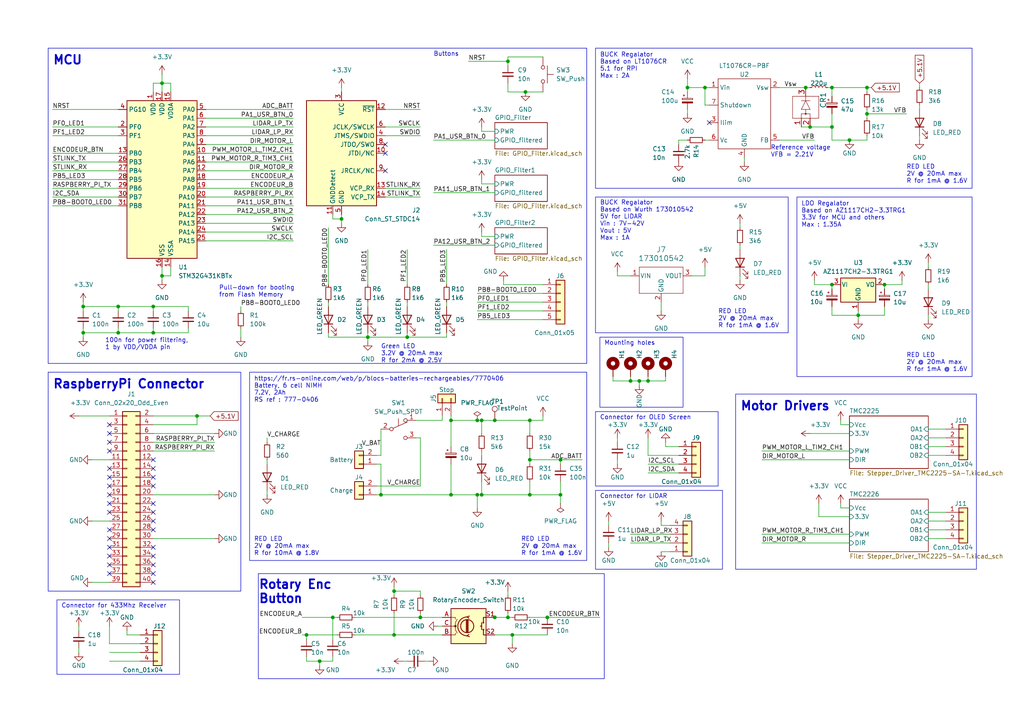
<source format=kicad_sch>
(kicad_sch (version 20230121) (generator eeschema)
  (paper "A4")
  (title_block (title "PAMI - CFR 2024") (date "2024-02-19") (rev "1"))
  (lib_symbols
    (symbol "173010542_5V_Buck:173010542" (pin_names (offset 0.254))
      (property "Reference" "J" (at -6.35 7.62 0))
      (property "Value" "173010542" (at 0 5.08 0))
      (symbol "173010542_1_1"
        (pin power_in line (at -8.89 1.27 0) (length 2.54) (name "VIN") (number "1"))
        (pin power_in line (at 0 -6.35 90) (length 2.54) (name "GND") (number "2"))
        (pin power_out line (at 8.89 1.27 180) (length 2.54) (name "VOUT") (number "3"))
      )
    )
    (symbol "Connector:Conn_ST_STDC14"
      (property "Reference" "J" (at -8.89 16.51 0))
      (property "Value" "Conn_ST_STDC14" (at 17.78 16.51 0))
      (symbol "Conn_ST_STDC14_1_1"
        (pin no_connect line (at -10.16 5.08 0) (length 2.54) hide (name "NC") (number "1"))
        (pin output line (at 12.7 0 180) (length 2.54) (name "JTDI/NC") (number "10"))
        (pin passive line (at -2.54 -17.78 90) (length 2.54) (name "GNDDetect") (number "11"))
        (pin open_collector line (at 12.7 12.7 180) (length 2.54) (name "~{RST}") (number "12"))
        (pin output line (at 12.7 -10.16 180) (length 2.54) (name "VCP_RX") (number "13"))
        (pin input line (at 12.7 -12.7 180) (length 2.54) (name "VCP_TX") (number "14"))
        (pin no_connect line (at -10.16 2.54 0) (length 2.54) hide (name "NC") (number "2"))
        (pin power_in line (at 0 17.78 270) (length 2.54) (name "VCC") (number "3"))
        (pin bidirectional line (at 12.7 5.08 180) (length 2.54) (name "JTMS/SWDIO") (number "4"))
        (pin power_in line (at 0 -17.78 90) (length 2.54) (name "GND") (number "5"))
        (pin output line (at 12.7 7.62 180) (length 2.54) (name "JCLK/SWCLK") (number "6"))
        (pin passive line (at 0 -17.78 90) (length 2.54) hide (name "GND") (number "7"))
        (pin input line (at 12.7 2.54 180) (length 2.54) (name "JTDO/SWO") (number "8"))
        (pin input line (at 12.7 -5.08 180) (length 2.54) (name "JRCLK/NC") (number "9"))
      )
    )
    (symbol "Connector:TestPoint" (pin_numbers hide) (pin_names (offset 0.762) hide)
      (property "Reference" "TP" (at 0 6.858 0))
      (property "Value" "TestPoint" (at 0 5.08 0))
      (symbol "TestPoint_1_1"
        (pin passive line (at 0 0 90) (length 2.54) (name "1") (number "1"))
      )
    )
    (symbol "Connector_Generic:Conn_01x02" (pin_names (offset 1.016) hide)
      (property "Reference" "J" (at 0 2.54 0))
      (property "Value" "Conn_01x02" (at 0 -5.08 0))
      (symbol "Conn_01x02_1_1"
        (pin passive line (at -5.08 0 0) (length 3.81) (name "Pin_1") (number "1"))
        (pin passive line (at -5.08 -2.54 0) (length 3.81) (name "Pin_2") (number "2"))
      )
    )
    (symbol "Connector_Generic:Conn_01x04" (pin_names (offset 1.016) hide)
      (property "Reference" "J" (at 0 5.08 0))
      (property "Value" "Conn_01x04" (at 0 -7.62 0))
      (symbol "Conn_01x04_1_1"
        (pin passive line (at -5.08 2.54 0) (length 3.81) (name "Pin_1") (number "1"))
        (pin passive line (at -5.08 0 0) (length 3.81) (name "Pin_2") (number "2"))
        (pin passive line (at -5.08 -2.54 0) (length 3.81) (name "Pin_3") (number "3"))
        (pin passive line (at -5.08 -5.08 0) (length 3.81) (name "Pin_4") (number "4"))
      )
    )
    (symbol "Connector_Generic:Conn_01x05" (pin_names (offset 1.016) hide)
      (property "Reference" "J" (at 0 7.62 0))
      (property "Value" "Conn_01x05" (at 0 -7.62 0))
      (symbol "Conn_01x05_1_1"
        (pin passive line (at -5.08 5.08 0) (length 3.81) (name "Pin_1") (number "1"))
        (pin passive line (at -5.08 2.54 0) (length 3.81) (name "Pin_2") (number "2"))
        (pin passive line (at -5.08 0 0) (length 3.81) (name "Pin_3") (number "3"))
        (pin passive line (at -5.08 -2.54 0) (length 3.81) (name "Pin_4") (number "4"))
        (pin passive line (at -5.08 -5.08 0) (length 3.81) (name "Pin_5") (number "5"))
      )
    )
    (symbol "Connector_Generic:Conn_02x20_Odd_Even" (pin_names (offset 1.016) hide)
      (property "Reference" "J" (at 1.27 25.4 0))
      (property "Value" "Conn_02x20_Odd_Even" (at 1.27 -27.94 0))
      (symbol "Conn_02x20_Odd_Even_1_1"
        (pin passive line (at -5.08 22.86 0) (length 3.81) (name "Pin_1") (number "1"))
        (pin passive line (at 7.62 12.7 180) (length 3.81) (name "Pin_10") (number "10"))
        (pin passive line (at -5.08 10.16 0) (length 3.81) (name "Pin_11") (number "11"))
        (pin passive line (at 7.62 10.16 180) (length 3.81) (name "Pin_12") (number "12"))
        (pin passive line (at -5.08 7.62 0) (length 3.81) (name "Pin_13") (number "13"))
        (pin passive line (at 7.62 7.62 180) (length 3.81) (name "Pin_14") (number "14"))
        (pin passive line (at -5.08 5.08 0) (length 3.81) (name "Pin_15") (number "15"))
        (pin passive line (at 7.62 5.08 180) (length 3.81) (name "Pin_16") (number "16"))
        (pin passive line (at -5.08 2.54 0) (length 3.81) (name "Pin_17") (number "17"))
        (pin passive line (at 7.62 2.54 180) (length 3.81) (name "Pin_18") (number "18"))
        (pin passive line (at -5.08 0 0) (length 3.81) (name "Pin_19") (number "19"))
        (pin passive line (at 7.62 22.86 180) (length 3.81) (name "Pin_2") (number "2"))
        (pin passive line (at 7.62 0 180) (length 3.81) (name "Pin_20") (number "20"))
        (pin passive line (at -5.08 -2.54 0) (length 3.81) (name "Pin_21") (number "21"))
        (pin passive line (at 7.62 -2.54 180) (length 3.81) (name "Pin_22") (number "22"))
        (pin passive line (at -5.08 -5.08 0) (length 3.81) (name "Pin_23") (number "23"))
        (pin passive line (at 7.62 -5.08 180) (length 3.81) (name "Pin_24") (number "24"))
        (pin passive line (at -5.08 -7.62 0) (length 3.81) (name "Pin_25") (number "25"))
        (pin passive line (at 7.62 -7.62 180) (length 3.81) (name "Pin_26") (number "26"))
        (pin passive line (at -5.08 -10.16 0) (length 3.81) (name "Pin_27") (number "27"))
        (pin passive line (at 7.62 -10.16 180) (length 3.81) (name "Pin_28") (number "28"))
        (pin passive line (at -5.08 -12.7 0) (length 3.81) (name "Pin_29") (number "29"))
        (pin passive line (at -5.08 20.32 0) (length 3.81) (name "Pin_3") (number "3"))
        (pin passive line (at 7.62 -12.7 180) (length 3.81) (name "Pin_30") (number "30"))
        (pin passive line (at -5.08 -15.24 0) (length 3.81) (name "Pin_31") (number "31"))
        (pin passive line (at 7.62 -15.24 180) (length 3.81) (name "Pin_32") (number "32"))
        (pin passive line (at -5.08 -17.78 0) (length 3.81) (name "Pin_33") (number "33"))
        (pin passive line (at 7.62 -17.78 180) (length 3.81) (name "Pin_34") (number "34"))
        (pin passive line (at -5.08 -20.32 0) (length 3.81) (name "Pin_35") (number "35"))
        (pin passive line (at 7.62 -20.32 180) (length 3.81) (name "Pin_36") (number "36"))
        (pin passive line (at -5.08 -22.86 0) (length 3.81) (name "Pin_37") (number "37"))
        (pin passive line (at 7.62 -22.86 180) (length 3.81) (name "Pin_38") (number "38"))
        (pin passive line (at -5.08 -25.4 0) (length 3.81) (name "Pin_39") (number "39"))
        (pin passive line (at 7.62 20.32 180) (length 3.81) (name "Pin_4") (number "4"))
        (pin passive line (at 7.62 -25.4 180) (length 3.81) (name "Pin_40") (number "40"))
        (pin passive line (at -5.08 17.78 0) (length 3.81) (name "Pin_5") (number "5"))
        (pin passive line (at 7.62 17.78 180) (length 3.81) (name "Pin_6") (number "6"))
        (pin passive line (at -5.08 15.24 0) (length 3.81) (name "Pin_7") (number "7"))
        (pin passive line (at 7.62 15.24 180) (length 3.81) (name "Pin_8") (number "8"))
        (pin passive line (at -5.08 12.7 0) (length 3.81) (name "Pin_9") (number "9"))
      )
    )
    (symbol "DST10100S_1" (pin_names (offset 0.254) hide)
      (property "Reference" "CR101" (at 16.51 -6.35 0))
      (symbol "DST10100S_1_1_1"
        (pin unspecified line (at 6.35 0 0) (length 2.54) (name "1") (number "1"))
        (pin unspecified line (at 6.35 -2.54 0) (length 2.54) (name "2") (number "2"))
        (pin unspecified line (at 17.78 -1.27 180) (length 2.54) (name "3") (number "3"))
      )
    )
    (symbol "Device:C_Polarized_Small" (pin_numbers hide) (pin_names (offset 0.254) hide)
      (property "Reference" "C" (at 0.254 1.778 0))
      (property "Value" "C_Polarized_Small" (at 0.254 -2.032 0))
      (symbol "C_Polarized_Small_1_1"
        (pin passive line (at 0 2.54 270) (length 1.8542) (name "~") (number "1"))
        (pin passive line (at 0 -2.54 90) (length 1.8542) (name "~") (number "2"))
      )
    )
    (symbol "Device:C_Small" (pin_numbers hide) (pin_names (offset 0.254) hide)
      (property "Reference" "C" (at 0.254 1.778 0))
      (property "Value" "C_Small" (at 0.254 -2.032 0))
      (symbol "C_Small_1_1"
        (pin passive line (at 0 2.54 270) (length 2.032) (name "~") (number "1"))
        (pin passive line (at 0 -2.54 90) (length 2.032) (name "~") (number "2"))
      )
    )
    (symbol "Device:LED" (pin_numbers hide) (pin_names (offset 1.016) hide)
      (property "Reference" "D" (at 0 2.54 0))
      (property "Value" "LED" (at 0 -2.54 0))
      (symbol "LED_1_1"
        (pin passive line (at -3.81 0 0) (length 2.54) (name "K") (number "1"))
        (pin passive line (at 3.81 0 180) (length 2.54) (name "A") (number "2"))
      )
    )
    (symbol "Device:L_Small" (pin_numbers hide) (pin_names (offset 0.254) hide)
      (property "Reference" "L" (at 0.762 1.016 0))
      (property "Value" "L_Small" (at 0.762 -1.016 0))
      (symbol "L_Small_1_1"
        (pin passive line (at 0 2.54 270) (length 0.508) (name "~") (number "1"))
        (pin passive line (at 0 -2.54 90) (length 0.508) (name "~") (number "2"))
      )
    )
    (symbol "Device:R_Small" (pin_numbers hide) (pin_names (offset 0.254) hide)
      (property "Reference" "R" (at 0.762 0.508 0))
      (property "Value" "R_Small" (at 0.762 -1.016 0))
      (symbol "R_Small_1_1"
        (pin passive line (at 0 2.54 270) (length 0.762) (name "~") (number "1"))
        (pin passive line (at 0 -2.54 90) (length 0.762) (name "~") (number "2"))
      )
    )
    (symbol "Device:RotaryEncoder_Switch" (pin_names (offset 0.254) hide)
      (property "Reference" "SW" (at 0 6.604 0))
      (property "Value" "RotaryEncoder_Switch" (at 0 -6.604 0))
      (symbol "RotaryEncoder_Switch_1_1"
        (pin passive line (at -7.62 2.54 0) (length 2.54) (name "A") (number "A"))
        (pin passive line (at -7.62 -2.54 0) (length 2.54) (name "B") (number "B"))
        (pin passive line (at -7.62 0 0) (length 2.54) (name "C") (number "C"))
        (pin passive line (at 7.62 2.54 180) (length 2.54) (name "S1") (number "S1"))
        (pin passive line (at 7.62 -2.54 180) (length 2.54) (name "S2") (number "S2"))
      )
    )
    (symbol "LT1076_1"
      (property "Reference" "U" (at -6.35 10.16 0))
      (symbol "LT1076_1_1_1"
        (pin power_in line (at -10.16 6.35 0) (length 2.54) (name "Vin") (number "1"))
        (pin output line (at 10.16 6.35 180) (length 2.54) (name "Vsw") (number "2"))
        (pin input line (at -10.16 -3.81 0) (length 2.54) (name "Ilim") (number "3"))
        (pin power_in line (at 0 -13.97 90) (length 2.54) (name "GND") (number "4"))
        (pin input line (at 10.16 -8.89 180) (length 2.54) (name "FB") (number "5"))
        (pin input line (at -10.16 -8.89 0) (length 2.54) (name "Vc") (number "6"))
        (pin input line (at -10.16 1.27 0) (length 2.54) (name "Shutdown") (number "7"))
      )
    )
    (symbol "MCU_ST_STM32G4:STM32G431KBTx"
      (property "Reference" "U" (at -10.16 24.13 0))
      (property "Value" "STM32G431KBTx" (at 5.08 24.13 0))
      (symbol "STM32G431KBTx_1_1"
        (pin power_in line (at -2.54 25.4 270) (length 2.54) (name "VDD") (number "1"))
        (pin bidirectional line (at 12.7 7.62 180) (length 2.54) (name "PA5") (number "10"))
        (pin bidirectional line (at 12.7 5.08 180) (length 2.54) (name "PA6") (number "11"))
        (pin bidirectional line (at 12.7 2.54 180) (length 2.54) (name "PA7") (number "12"))
        (pin bidirectional line (at -12.7 7.62 0) (length 2.54) (name "PB0") (number "13"))
        (pin power_in line (at 2.54 -25.4 90) (length 2.54) (name "VSSA") (number "14"))
        (pin power_in line (at 2.54 25.4 270) (length 2.54) (name "VDDA") (number "15"))
        (pin power_in line (at 0 -25.4 90) (length 2.54) (name "VSS") (number "16"))
        (pin power_in line (at 0 25.4 270) (length 2.54) (name "VDD") (number "17"))
        (pin bidirectional line (at 12.7 0 180) (length 2.54) (name "PA8") (number "18"))
        (pin bidirectional line (at 12.7 -2.54 180) (length 2.54) (name "PA9") (number "19"))
        (pin bidirectional line (at -12.7 15.24 0) (length 2.54) (name "PF0") (number "2"))
        (pin bidirectional line (at 12.7 -5.08 180) (length 2.54) (name "PA10") (number "20"))
        (pin bidirectional line (at 12.7 -7.62 180) (length 2.54) (name "PA11") (number "21"))
        (pin bidirectional line (at 12.7 -10.16 180) (length 2.54) (name "PA12") (number "22"))
        (pin bidirectional line (at 12.7 -12.7 180) (length 2.54) (name "PA13") (number "23"))
        (pin bidirectional line (at 12.7 -15.24 180) (length 2.54) (name "PA14") (number "24"))
        (pin bidirectional line (at 12.7 -17.78 180) (length 2.54) (name "PA15") (number "25"))
        (pin bidirectional line (at -12.7 5.08 0) (length 2.54) (name "PB3") (number "26"))
        (pin bidirectional line (at -12.7 2.54 0) (length 2.54) (name "PB4") (number "27"))
        (pin bidirectional line (at -12.7 0 0) (length 2.54) (name "PB5") (number "28"))
        (pin bidirectional line (at -12.7 -2.54 0) (length 2.54) (name "PB6") (number "29"))
        (pin bidirectional line (at -12.7 12.7 0) (length 2.54) (name "PF1") (number "3"))
        (pin bidirectional line (at -12.7 -5.08 0) (length 2.54) (name "PB7") (number "30"))
        (pin bidirectional line (at -12.7 -7.62 0) (length 2.54) (name "PB8") (number "31"))
        (pin passive line (at 0 -25.4 90) (length 2.54) hide (name "VSS") (number "32"))
        (pin bidirectional line (at -12.7 20.32 0) (length 2.54) (name "PG10") (number "4"))
        (pin bidirectional line (at 12.7 20.32 180) (length 2.54) (name "PA0") (number "5"))
        (pin bidirectional line (at 12.7 17.78 180) (length 2.54) (name "PA1") (number "6"))
        (pin bidirectional line (at 12.7 15.24 180) (length 2.54) (name "PA2") (number "7"))
        (pin bidirectional line (at 12.7 12.7 180) (length 2.54) (name "PA3") (number "8"))
        (pin bidirectional line (at 12.7 10.16 180) (length 2.54) (name "PA4") (number "9"))
      )
    )
    (symbol "Mechanical:MountingHole_Pad" (pin_numbers hide) (pin_names (offset 1.016) hide)
      (property "Reference" "H" (at 0 6.35 0))
      (property "Value" "MountingHole_Pad" (at 0 4.445 0))
      (symbol "MountingHole_Pad_1_1"
        (pin input line (at 0 -2.54 90) (length 2.54) (name "1") (number "1"))
      )
    )
    (symbol "Regulator_Linear:AZ1117-3.3" (pin_names (offset 0.254))
      (property "Reference" "U" (at -3.81 3.175 0))
      (property "Value" "AZ1117-3.3" (at 0 3.175 0))
      (symbol "AZ1117-3.3_1_1"
        (pin power_in line (at 0 -7.62 90) (length 2.54) (name "GND") (number "1"))
        (pin power_out line (at 7.62 0 180) (length 2.54) (name "VO") (number "2"))
        (pin power_in line (at -7.62 0 0) (length 2.54) (name "VI") (number "3"))
      )
    )
    (symbol "Switch:SW_Push" (pin_numbers hide) (pin_names (offset 1.016) hide)
      (property "Reference" "SW" (at 1.27 2.54 0))
      (property "Value" "SW_Push" (at 0 -1.524 0))
      (symbol "SW_Push_0_1"
        (pin passive line (at -5.08 0 0) (length 2.54) (name "1") (number "1"))
        (pin passive line (at 5.08 0 180) (length 2.54) (name "2") (number "2"))
      )
    )
    (symbol "Switch:SW_Push_SPDT" (pin_names (offset 0) hide)
      (property "Reference" "SW" (at 0 4.318 0))
      (property "Value" "SW_Push_SPDT" (at 0 -5.08 0))
      (symbol "SW_Push_SPDT_1_1"
        (pin passive line (at 5.08 2.54 180) (length 2.54) (name "A") (number "1"))
        (pin passive line (at -5.08 0 0) (length 2.54) (name "B") (number "2"))
        (pin passive line (at 5.08 -2.54 180) (length 2.54) (name "C") (number "3"))
      )
    )
    (symbol "power:+3.3V" (power) (pin_names (offset 0))
      (property "Value" "+3.3V" (at 0 3.556 0))
      (symbol "+3.3V_1_1"
        (pin power_in line (at 0 0 90) (length 0) hide (name "+3.3V") (number "1"))
      )
    )
    (symbol "power:+5V" (power) (pin_names (offset 0))
      (property "Value" "+5V" (at 0 3.556 0))
      (symbol "+5V_1_1"
        (pin power_in line (at 0 0 90) (length 0) hide (name "+5V") (number "1"))
      )
    )
    (symbol "power:GND" (power) (pin_names (offset 0))
      (property "Value" "GND" (at 0 -3.81 0))
      (symbol "GND_1_1"
        (pin power_in line (at 0 0 270) (length 0) hide (name "GND") (number "1"))
      )
    )
    (symbol "power:PWR_FLAG" (power) (pin_numbers hide) (pin_names (offset 0) hide)
      (property "Value" "PWR_FLAG" (at 0 3.81 0))
      (symbol "PWR_FLAG_0_0"
        (pin power_out line (at 0 0 90) (length 0) (name "pwr") (number "1"))
      )
    )
    (symbol "power:VCC" (power) (pin_names (offset 0))
      (property "Value" "VCC" (at 0 3.81 0))
      (symbol "VCC_1_1"
        (pin power_in line (at 0 0 90) (length 0) hide (name "VCC") (number "1"))
      )
    )
  )
  (junction (at 199.39 25.4))
  (junction (at 138.43 121.92))
  (junction (at 139.7 143.51))
  (junction (at 99.06 63.5))
  (junction (at 187.96 110.49))
  (junction (at 130.81 143.51))
  (junction (at 158.75 179.07))
  (junction (at 162.56 133.35))
  (junction (at 96.52 179.07))
  (junction (at 92.71 191.77))
  (junction (at 246.38 40.64))
  (junction (at 234.95 36.83))
  (junction (at 143.51 179.07))
  (junction (at 251.46 25.4))
  (junction (at 241.3 25.4))
  (junction (at 153.67 121.92))
  (junction (at 152.4 26.67))
  (junction (at 57.15 120.65))
  (junction (at 241.3 36.83))
  (junction (at 185.42 110.49))
  (junction (at 114.3 184.15))
  (junction (at 241.3 82.55))
  (junction (at 139.7 121.92))
  (junction (at 34.29 96.52))
  (junction (at 24.13 96.52))
  (junction (at 204.47 25.4))
  (junction (at 121.92 179.07))
  (junction (at 147.32 17.78))
  (junction (at 46.99 80.01))
  (junction (at 130.81 121.92))
  (junction (at 110.49 143.51))
  (junction (at 256.54 82.55))
  (junction (at 44.45 88.9))
  (junction (at 248.92 91.44))
  (junction (at 153.67 143.51))
  (junction (at 233.68 25.4))
  (junction (at 44.45 96.52))
  (junction (at 118.11 97.79))
  (junction (at 114.3 171.45))
  (junction (at 153.67 133.35))
  (junction (at 182.88 110.49))
  (junction (at 143.51 121.92))
  (junction (at 148.59 184.15))
  (junction (at 162.56 143.51))
  (junction (at 147.32 179.07))
  (junction (at 46.99 24.13))
  (junction (at 88.9 184.15))
  (junction (at 251.46 33.02))
  (junction (at 138.43 143.51))
  (junction (at 106.68 97.79))
  (junction (at 34.29 88.9))
  (junction (at 24.13 88.9))
  (no_connect (at 31.75 156.21))
  (no_connect (at 31.75 166.37))
  (no_connect (at 44.45 148.59))
  (no_connect (at 31.75 125.73))
  (no_connect (at 44.45 168.91))
  (no_connect (at 31.75 123.19))
  (no_connect (at 31.75 153.67))
  (no_connect (at 44.45 133.35))
  (no_connect (at 31.75 140.97))
  (no_connect (at 44.45 135.89))
  (no_connect (at 205.74 35.56))
  (no_connect (at 111.76 44.45))
  (no_connect (at 44.45 161.29))
  (no_connect (at 31.75 146.05))
  (no_connect (at 44.45 138.43))
  (no_connect (at 31.75 148.59))
  (no_connect (at 44.45 158.75))
  (no_connect (at 31.75 163.83))
  (no_connect (at 31.75 161.29))
  (no_connect (at 31.75 130.81))
  (no_connect (at 44.45 151.13))
  (no_connect (at 31.75 158.75))
  (no_connect (at 44.45 163.83))
  (no_connect (at 31.75 135.89))
  (no_connect (at 44.45 146.05))
  (no_connect (at 31.75 138.43))
  (no_connect (at 44.45 166.37))
  (no_connect (at 111.76 49.53))
  (no_connect (at 111.76 41.91))
  (no_connect (at 31.75 143.51))
  (no_connect (at 31.75 128.27))
  (no_connect (at 44.45 153.67))
  (no_connect (at 44.45 140.97))
  (wire (pts (xy 176.53 157.48) (xy 176.53 158.75)))
  (wire (pts (xy 130.81 120.65) (xy 130.81 121.92)))
  (wire (pts (xy 15.24 59.69) (xy 34.29 59.69)))
  (wire (pts (xy 199.39 25.4) (xy 199.39 26.67)))
  (wire (pts (xy 243.84 121.92) (xy 243.84 123.19)))
  (wire (pts (xy 109.22 132.08) (xy 110.49 132.08)))
  (wire (pts (xy 31.75 191.77) (xy 40.64 191.77)))
  (wire (pts (xy 147.32 179.07) (xy 148.59 179.07)))
  (wire (pts (xy 246.38 40.64) (xy 251.46 40.64)))
  (wire (pts (xy 182.88 154.94) (xy 194.31 154.94)))
  (wire (pts (xy 59.69 54.61) (xy 85.09 54.61)))
  (wire (pts (xy 24.13 96.52) (xy 34.29 96.52)))
  (wire (pts (xy 130.81 121.92) (xy 138.43 121.92)))
  (wire (pts (xy 139.7 38.1) (xy 139.7 36.83)))
  (wire (pts (xy 193.04 110.49) (xy 187.96 110.49)))
  (wire (pts (xy 256.54 82.55) (xy 256.54 83.82)))
  (wire (pts (xy 59.69 46.99) (xy 85.09 46.99)))
  (wire (pts (xy 251.46 39.37) (xy 251.46 40.64)))
  (wire (pts (xy 191.77 160.02) (xy 194.31 160.02)))
  (wire (pts (xy 185.42 110.49) (xy 185.42 111.76)))
  (wire (pts (xy 34.29 96.52) (xy 44.45 96.52)))
  (wire (pts (xy 138.43 90.17) (xy 157.48 90.17)))
  (wire (pts (xy 46.99 80.01) (xy 46.99 81.28)))
  (wire (pts (xy 59.69 67.31) (xy 85.09 67.31)))
  (wire (pts (xy 153.67 139.7) (xy 153.67 143.51)))
  (wire (pts (xy 95.25 97.79) (xy 106.68 97.79)))
  (wire (pts (xy 69.85 95.25) (xy 69.85 97.79)))
  (wire (pts (xy 96.52 62.23) (xy 96.52 63.5)))
  (wire (pts (xy 77.47 143.51) (xy 77.47 142.24)))
  (wire (pts (xy 44.45 95.25) (xy 44.45 96.52)))
  (wire (pts (xy 251.46 33.02) (xy 251.46 34.29)))
  (wire (pts (xy 139.7 38.1) (xy 143.51 38.1)))
  (wire (pts (xy 34.29 88.9) (xy 44.45 88.9)))
  (wire (pts (xy 182.88 109.22) (xy 182.88 110.49)))
  (wire (pts (xy 204.47 77.47) (xy 204.47 80.01)))
  (wire (pts (xy 241.3 88.9) (xy 241.3 91.44)))
  (wire (pts (xy 118.11 72.39) (xy 118.11 82.55)))
  (wire (pts (xy 177.8 110.49) (xy 182.88 110.49)))
  (wire (pts (xy 15.24 44.45) (xy 34.29 44.45)))
  (wire (pts (xy 199.39 31.75) (xy 199.39 33.02)))
  (wire (pts (xy 148.59 184.15) (xy 148.59 186.69)))
  (wire (pts (xy 114.3 184.15) (xy 128.27 184.15)))
  (wire (pts (xy 15.24 46.99) (xy 34.29 46.99)))
  (wire (pts (xy 139.7 143.51) (xy 139.7 139.7)))
  (wire (pts (xy 46.99 77.47) (xy 46.99 80.01)))
  (wire (pts (xy 243.84 147.32) (xy 246.38 147.32)))
  (wire (pts (xy 15.24 57.15) (xy 34.29 57.15)))
  (wire (pts (xy 114.3 177.8) (xy 114.3 184.15)))
  (wire (pts (xy 125.73 40.64) (xy 143.51 40.64)))
  (wire (pts (xy 36.83 182.88) (xy 36.83 184.15)))
  (wire (pts (xy 215.9 45.72) (xy 215.9 46.99)))
  (wire (pts (xy 110.49 143.51) (xy 130.81 143.51)))
  (wire (pts (xy 121.92 177.8) (xy 121.92 179.07)))
  (wire (pts (xy 88.9 191.77) (xy 88.9 190.5)))
  (wire (pts (xy 96.52 179.07) (xy 96.52 185.42)))
  (wire (pts (xy 143.51 184.15) (xy 148.59 184.15)))
  (wire (pts (xy 162.56 139.7) (xy 162.56 143.51)))
  (wire (pts (xy 139.7 121.92) (xy 143.51 121.92)))
  (wire (pts (xy 44.45 143.51) (xy 62.23 143.51)))
  (wire (pts (xy 241.3 91.44) (xy 248.92 91.44)))
  (wire (pts (xy 59.69 57.15) (xy 85.09 57.15)))
  (wire (pts (xy 234.95 125.73) (xy 246.38 125.73)))
  (wire (pts (xy 99.06 63.5) (xy 99.06 64.77)))
  (wire (pts (xy 106.68 87.63) (xy 106.68 88.9)))
  (wire (pts (xy 96.52 63.5) (xy 99.06 63.5)))
  (wire (pts (xy 60.96 120.65) (xy 57.15 120.65)))
  (wire (pts (xy 130.81 143.51) (xy 138.43 143.51)))
  (wire (pts (xy 88.9 184.15) (xy 97.79 184.15)))
  (wire (pts (xy 193.04 129.54) (xy 196.85 129.54)))
  (wire (pts (xy 139.7 130.81) (xy 139.7 132.08)))
  (wire (pts (xy 157.48 120.65) (xy 157.48 121.92)))
  (wire (pts (xy 269.24 129.54) (xy 274.32 129.54)))
  (wire (pts (xy 31.75 181.61) (xy 31.75 186.69)))
  (wire (pts (xy 121.92 140.97) (xy 109.22 140.97)))
  (wire (pts (xy 153.67 133.35) (xy 153.67 134.62)))
  (wire (pts (xy 139.7 53.34) (xy 139.7 52.07)))
  (wire (pts (xy 162.56 133.35) (xy 162.56 134.62)))
  (wire (pts (xy 232.41 36.83) (xy 234.95 36.83)))
  (wire (pts (xy 196.85 40.64) (xy 196.85 41.91)))
  (wire (pts (xy 111.76 57.15) (xy 121.92 57.15)))
  (wire (pts (xy 118.11 97.79) (xy 129.54 97.79)))
  (wire (pts (xy 31.75 186.69) (xy 40.64 186.69)))
  (wire (pts (xy 236.22 82.55) (xy 241.3 82.55)))
  (wire (pts (xy 92.71 191.77) (xy 96.52 191.77)))
  (wire (pts (xy 241.3 83.82) (xy 241.3 82.55)))
  (wire (pts (xy 138.43 143.51) (xy 139.7 143.51)))
  (wire (pts (xy 121.92 179.07) (xy 128.27 179.07)))
  (wire (pts (xy 135.89 17.78) (xy 147.32 17.78)))
  (wire (pts (xy 241.3 25.4) (xy 251.46 25.4)))
  (wire (pts (xy 49.53 26.67) (xy 49.53 24.13)))
  (wire (pts (xy 204.47 30.48) (xy 205.74 30.48)))
  (wire (pts (xy 57.15 120.65) (xy 57.15 123.19)))
  (wire (pts (xy 130.81 134.62) (xy 130.81 143.51)))
  (wire (pts (xy 22.86 120.65) (xy 31.75 120.65)))
  (wire (pts (xy 234.95 36.83) (xy 241.3 36.83)))
  (wire (pts (xy 59.69 64.77) (xy 85.09 64.77)))
  (wire (pts (xy 111.76 31.75) (xy 121.92 31.75)))
  (wire (pts (xy 95.25 87.63) (xy 95.25 88.9)))
  (wire (pts (xy 26.67 133.35) (xy 31.75 133.35)))
  (wire (pts (xy 106.68 96.52) (xy 106.68 97.79)))
  (wire (pts (xy 15.24 39.37) (xy 34.29 39.37)))
  (wire (pts (xy 199.39 25.4) (xy 204.47 25.4)))
  (wire (pts (xy 251.46 31.75) (xy 251.46 33.02)))
  (wire (pts (xy 269.24 148.59) (xy 274.32 148.59)))
  (wire (pts (xy 246.38 40.64) (xy 241.3 40.64)))
  (wire (pts (xy 187.96 132.08) (xy 196.85 132.08)))
  (wire (pts (xy 46.99 21.59) (xy 46.99 24.13)))
  (wire (pts (xy 114.3 170.18) (xy 114.3 171.45)))
  (wire (pts (xy 261.62 82.55) (xy 261.62 81.28)))
  (wire (pts (xy 59.69 34.29) (xy 85.09 34.29)))
  (wire (pts (xy 15.24 52.07) (xy 34.29 52.07)))
  (wire (pts (xy 106.68 97.79) (xy 118.11 97.79)))
  (wire (pts (xy 146.05 82.55) (xy 157.48 82.55)))
  (wire (pts (xy 187.96 127) (xy 187.96 132.08)))
  (wire (pts (xy 44.45 88.9) (xy 54.61 88.9)))
  (wire (pts (xy 22.86 187.96) (xy 22.86 189.23)))
  (wire (pts (xy 111.76 39.37) (xy 121.92 39.37)))
  (wire (pts (xy 92.71 191.77) (xy 92.71 193.04)))
  (wire (pts (xy 214.63 81.28) (xy 214.63 80.01)))
  (wire (pts (xy 106.68 97.79) (xy 106.68 99.06)))
  (wire (pts (xy 269.24 153.67) (xy 274.32 153.67)))
  (wire (pts (xy 26.67 168.91) (xy 31.75 168.91)))
  (wire (pts (xy 187.96 137.16) (xy 196.85 137.16)))
  (wire (pts (xy 59.69 41.91) (xy 85.09 41.91)))
  (wire (pts (xy 87.63 184.15) (xy 88.9 184.15)))
  (wire (pts (xy 54.61 90.17) (xy 54.61 88.9)))
  (wire (pts (xy 44.45 125.73) (xy 62.23 125.73)))
  (wire (pts (xy 127 181.61) (xy 128.27 181.61)))
  (wire (pts (xy 179.07 78.74) (xy 179.07 80.01)))
  (wire (pts (xy 96.52 179.07) (xy 97.79 179.07)))
  (wire (pts (xy 110.49 124.46) (xy 110.49 132.08)))
  (wire (pts (xy 111.76 36.83) (xy 121.92 36.83)))
  (wire (pts (xy 69.85 90.17) (xy 69.85 88.9)))
  (wire (pts (xy 236.22 81.28) (xy 236.22 82.55)))
  (wire (pts (xy 62.23 128.27) (xy 44.45 128.27)))
  (wire (pts (xy 120.65 121.92) (xy 128.27 121.92)))
  (wire (pts (xy 182.88 110.49) (xy 185.42 110.49)))
  (wire (pts (xy 153.67 121.92) (xy 157.48 121.92)))
  (wire (pts (xy 110.49 143.51) (xy 110.49 134.62)))
  (wire (pts (xy 269.24 132.08) (xy 274.32 132.08)))
  (wire (pts (xy 44.45 96.52) (xy 54.61 96.52)))
  (wire (pts (xy 128.27 120.65) (xy 128.27 121.92)))
  (wire (pts (xy 266.7 24.13) (xy 266.7 25.4)))
  (wire (pts (xy 147.32 171.45) (xy 147.32 172.72)))
  (wire (pts (xy 59.69 59.69) (xy 85.09 59.69)))
  (wire (pts (xy 139.7 143.51) (xy 153.67 143.51)))
  (wire (pts (xy 129.54 87.63) (xy 129.54 88.9)))
  (wire (pts (xy 220.98 157.48) (xy 246.38 157.48)))
  (wire (pts (xy 152.4 26.67) (xy 157.48 26.67)))
  (wire (pts (xy 193.04 128.27) (xy 193.04 129.54)))
  (wire (pts (xy 34.29 95.25) (xy 34.29 96.52)))
  (wire (pts (xy 226.06 25.4) (xy 233.68 25.4)))
  (wire (pts (xy 204.47 80.01) (xy 200.66 80.01)))
  (wire (pts (xy 248.92 92.71) (xy 248.92 91.44)))
  (wire (pts (xy 129.54 72.39) (xy 129.54 82.55)))
  (wire (pts (xy 185.42 110.49) (xy 187.96 110.49)))
  (wire (pts (xy 121.92 172.72) (xy 121.92 171.45)))
  (wire (pts (xy 22.86 181.61) (xy 22.86 182.88)))
  (wire (pts (xy 162.56 143.51) (xy 153.67 143.51)))
  (wire (pts (xy 46.99 24.13) (xy 49.53 24.13)))
  (wire (pts (xy 199.39 40.64) (xy 196.85 40.64)))
  (wire (pts (xy 24.13 97.79) (xy 24.13 96.52)))
  (wire (pts (xy 44.45 156.21) (xy 62.23 156.21)))
  (wire (pts (xy 251.46 25.4) (xy 251.46 26.67)))
  (wire (pts (xy 121.92 127) (xy 120.65 127)))
  (wire (pts (xy 77.47 133.35) (xy 77.47 134.62)))
  (wire (pts (xy 24.13 87.63) (xy 24.13 88.9)))
  (wire (pts (xy 240.03 25.4) (xy 241.3 25.4)))
  (wire (pts (xy 57.15 123.19) (xy 44.45 123.19)))
  (wire (pts (xy 88.9 191.77) (xy 92.71 191.77)))
  (wire (pts (xy 204.47 25.4) (xy 204.47 30.48)))
  (wire (pts (xy 138.43 92.71) (xy 157.48 92.71)))
  (wire (pts (xy 191.77 87.63) (xy 191.77 90.17)))
  (wire (pts (xy 44.45 24.13) (xy 46.99 24.13)))
  (wire (pts (xy 96.52 191.77) (xy 96.52 190.5)))
  (wire (pts (xy 269.24 156.21) (xy 274.32 156.21)))
  (wire (pts (xy 46.99 80.01) (xy 49.53 80.01)))
  (wire (pts (xy 139.7 53.34) (xy 143.51 53.34)))
  (wire (pts (xy 54.61 95.25) (xy 54.61 96.52)))
  (wire (pts (xy 226.06 40.64) (xy 236.22 40.64)))
  (wire (pts (xy 125.73 55.88) (xy 143.51 55.88)))
  (wire (pts (xy 220.98 130.81) (xy 246.38 130.81)))
  (wire (pts (xy 147.32 179.07) (xy 147.32 177.8)))
  (wire (pts (xy 125.73 71.12) (xy 143.51 71.12)))
  (wire (pts (xy 269.24 127) (xy 274.32 127)))
  (wire (pts (xy 162.56 143.51) (xy 162.56 146.05)))
  (wire (pts (xy 204.47 25.4) (xy 205.74 25.4)))
  (wire (pts (xy 99.06 62.23) (xy 99.06 63.5)))
  (wire (pts (xy 111.76 54.61) (xy 121.92 54.61)))
  (wire (pts (xy 256.54 82.55) (xy 261.62 82.55)))
  (wire (pts (xy 220.98 133.35) (xy 246.38 133.35)))
  (wire (pts (xy 138.43 143.51) (xy 138.43 147.32)))
  (wire (pts (xy 34.29 88.9) (xy 34.29 90.17)))
  (wire (pts (xy 138.43 85.09) (xy 157.48 85.09)))
  (wire (pts (xy 147.32 26.67) (xy 152.4 26.67)))
  (wire (pts (xy 129.54 96.52) (xy 129.54 97.79)))
  (wire (pts (xy 59.69 69.85) (xy 85.09 69.85)))
  (wire (pts (xy 36.83 184.15) (xy 40.64 184.15)))
  (wire (pts (xy 241.3 25.4) (xy 241.3 27.94)))
  (wire (pts (xy 59.69 62.23) (xy 85.09 62.23)))
  (wire (pts (xy 130.81 129.54) (xy 130.81 121.92)))
  (wire (pts (xy 241.3 36.83) (xy 241.3 40.64)))
  (wire (pts (xy 106.68 72.39) (xy 106.68 82.55)))
  (wire (pts (xy 147.32 17.78) (xy 147.32 19.05)))
  (wire (pts (xy 269.24 151.13) (xy 274.32 151.13)))
  (wire (pts (xy 95.25 96.52) (xy 95.25 97.79)))
  (wire (pts (xy 266.7 30.48) (xy 266.7 31.75)))
  (wire (pts (xy 118.11 87.63) (xy 118.11 88.9)))
  (wire (pts (xy 59.69 49.53) (xy 85.09 49.53)))
  (wire (pts (xy 26.67 151.13) (xy 31.75 151.13)))
  (wire (pts (xy 199.39 22.86) (xy 199.39 25.4)))
  (wire (pts (xy 59.69 52.07) (xy 85.09 52.07)))
  (wire (pts (xy 24.13 96.52) (xy 24.13 95.25)))
  (wire (pts (xy 237.49 149.86) (xy 246.38 149.86)))
  (wire (pts (xy 59.69 44.45) (xy 85.09 44.45)))
  (wire (pts (xy 109.22 134.62) (xy 110.49 134.62)))
  (wire (pts (xy 59.69 31.75) (xy 85.09 31.75)))
  (wire (pts (xy 147.32 16.51) (xy 157.48 16.51)))
  (wire (pts (xy 138.43 87.63) (xy 157.48 87.63)))
  (wire (pts (xy 148.59 184.15) (xy 158.75 184.15)))
  (wire (pts (xy 24.13 88.9) (xy 24.13 90.17)))
  (wire (pts (xy 269.24 76.2) (xy 269.24 77.47)))
  (wire (pts (xy 138.43 121.92) (xy 139.7 121.92)))
  (wire (pts (xy 248.92 91.44) (xy 256.54 91.44)))
  (wire (pts (xy 153.67 179.07) (xy 158.75 179.07)))
  (wire (pts (xy 146.05 81.28) (xy 146.05 82.55)))
  (wire (pts (xy 49.53 77.47) (xy 49.53 80.01)))
  (wire (pts (xy 220.98 154.94) (xy 246.38 154.94)))
  (wire (pts (xy 237.49 146.05) (xy 237.49 149.86)))
  (wire (pts (xy 176.53 151.13) (xy 176.53 152.4)))
  (wire (pts (xy 46.99 24.13) (xy 46.99 26.67)))
  (wire (pts (xy 269.24 92.71) (xy 269.24 91.44)))
  (wire (pts (xy 187.96 134.62) (xy 196.85 134.62)))
  (wire (pts (xy 139.7 68.58) (xy 139.7 67.31)))
  (wire (pts (xy 15.24 49.53) (xy 34.29 49.53)))
  (wire (pts (xy 44.45 90.17) (xy 44.45 88.9)))
  (wire (pts (xy 269.24 82.55) (xy 269.24 83.82)))
  (wire (pts (xy 143.51 179.07) (xy 147.32 179.07)))
  (wire (pts (xy 179.07 133.35) (xy 179.07 134.62)))
  (wire (pts (xy 233.68 25.4) (xy 234.95 25.4)))
  (wire (pts (xy 118.11 96.52) (xy 118.11 97.79)))
  (wire (pts (xy 59.69 36.83) (xy 85.09 36.83)))
  (wire (pts (xy 248.92 90.17) (xy 248.92 91.44)))
  (wire (pts (xy 59.69 39.37) (xy 85.09 39.37)))
  (wire (pts (xy 243.84 123.19) (xy 246.38 123.19)))
  (wire (pts (xy 34.29 36.83) (xy 15.24 36.83)))
  (wire (pts (xy 88.9 184.15) (xy 88.9 185.42)))
  (wire (pts (xy 266.7 40.64) (xy 266.7 39.37)))
  (wire (pts (xy 191.77 151.13) (xy 191.77 152.4)))
  (wire (pts (xy 114.3 171.45) (xy 121.92 171.45)))
  (wire (pts (xy 102.87 184.15) (xy 114.3 184.15)))
  (wire (pts (xy 182.88 157.48) (xy 194.31 157.48)))
  (wire (pts (xy 142.24 179.07) (xy 143.51 179.07)))
  (wire (pts (xy 99.06 25.4) (xy 99.06 26.67)))
  (wire (pts (xy 147.32 17.78) (xy 147.32 16.51)))
  (wire (pts (xy 109.22 143.51) (xy 110.49 143.51)))
  (wire (pts (xy 177.8 109.22) (xy 177.8 110.49)))
  (wire (pts (xy 87.63 179.07) (xy 96.52 179.07)))
  (wire (pts (xy 187.96 109.22) (xy 187.96 110.49)))
  (wire (pts (xy 162.56 133.35) (xy 168.91 133.35)))
  (wire (pts (xy 77.47 127) (xy 77.47 128.27)))
  (wire (pts (xy 204.47 40.64) (xy 205.74 40.64)))
  (wire (pts (xy 31.75 189.23) (xy 40.64 189.23)))
  (wire (pts (xy 139.7 68.58) (xy 143.51 68.58)))
  (wire (pts (xy 153.67 130.81) (xy 153.67 133.35)))
  (wire (pts (xy 15.24 31.75) (xy 34.29 31.75)))
  (wire (pts (xy 139.7 121.92) (xy 139.7 125.73)))
  (wire (pts (xy 143.51 121.92) (xy 153.67 121.92)))
  (wire (pts (xy 124.46 191.77) (xy 123.19 191.77)))
  (wire (pts (xy 24.13 88.9) (xy 34.29 88.9)))
  (wire (pts (xy 251.46 33.02) (xy 262.89 33.02)))
  (wire (pts (xy 62.23 130.81) (xy 44.45 130.81)))
  (wire (pts (xy 269.24 124.46) (xy 274.32 124.46)))
  (wire (pts (xy 116.84 191.77) (xy 118.11 191.77)))
  (wire (pts (xy 214.63 71.12) (xy 214.63 72.39)))
  (wire (pts (xy 95.25 66.04) (xy 95.25 82.55)))
  (wire (pts (xy 153.67 133.35) (xy 162.56 133.35)))
  (wire (pts (xy 191.77 152.4) (xy 194.31 152.4)))
  (wire (pts (xy 179.07 127) (xy 179.07 128.27)))
  (wire (pts (xy 193.04 110.49) (xy 193.04 109.22)))
  (wire (pts (xy 57.15 120.65) (xy 44.45 120.65)))
  (wire (pts (xy 147.32 24.13) (xy 147.32 26.67)))
  (wire (pts (xy 179.07 80.01) (xy 182.88 80.01)))
  (wire (pts (xy 114.3 171.45) (xy 114.3 172.72)))
  (wire (pts (xy 256.54 88.9) (xy 256.54 91.44)))
  (wire (pts (xy 121.92 127) (xy 121.92 140.97)))
  (wire (pts (xy 158.75 179.07) (xy 173.99 179.07)))
  (wire (pts (xy 243.84 146.05) (xy 243.84 147.32)))
  (wire (pts (xy 44.45 26.67) (xy 44.45 24.13)))
  (wire (pts (xy 15.24 54.61) (xy 34.29 54.61)))
  (wire (pts (xy 251.46 25.4) (xy 252.73 25.4)))
  (wire (pts (xy 214.63 64.77) (xy 214.63 66.04)))
  (wire (pts (xy 241.3 33.02) (xy 241.3 36.83)))
  (wire (pts (xy 102.87 179.07) (xy 121.92 179.07)))
  (wire (pts (xy 153.67 121.92) (xy 153.67 125.73)))
  (rectangle (start 13.97 13.97) (end 170.18 105.41))
  (rectangle (start 213.36 114.3) (end 283.21 165.1))
  (rectangle (start 172.72 142.24) (end 209.55 165.1))
  (rectangle (start 16.51 173.99) (end 52.07 195.58))
  (rectangle (start 173.99 97.79) (end 198.12 118.11))
  (rectangle (start 74.93 166.37) (end 175.26 196.85))
  (rectangle (start 172.72 119.38) (end 208.28 140.97))
  (rectangle (start 13.97 107.95) (end 69.85 171.45))
  (rectangle (start 172.72 57.15) (end 228.6 96.52))
  (rectangle (start 231.14 57.15) (end 281.94 109.22))
  (rectangle (start 72.39 107.95) (end 170.18 162.56))
  (rectangle (start 172.72 13.97) (end 281.94 54.61))
  (text "Rotary Enc\nButton" (at 74.93 175.26 0) (effects (font (size 2.54 2.54) (thickness 0.508) bold) (justify left bottom)))
  (text "BUCK Regalator\nBased on Wurth 173010542\n5V for LIDAR\nVin : 7V-42V\nVout : 5V\nMax : 1A" (at 173.99 69.85 0) (effects (font (size 1.27 1.27)) (justify left bottom)))
  (text "RED LED\n2V @ 20mA max\nR for 1mA @ 1.6V" (at 262.89 107.95 0) (effects (font (size 1.27 1.27)) (justify left bottom)))
  (text "MCU" (at 15.24 19.05 0) (effects (font (size 2.54 2.54) (thickness 0.508) bold) (justify left bottom)))
  (text "Motor Drivers" (at 214.63 119.38 0) (effects (font (size 2.54 2.54) (thickness 0.508) bold) (justify left bottom)))
  (text "Mounting holes" (at 175.26 100.33 0) (effects (font (size 1.27 1.27)) (justify left bottom)))
  (text "LDO Regalator\nBased on AZ1117CH2-3.3TRG1\n3.3V for MCU and others\nMax : 1.35A" (at 232.41 66.04 0) (effects (font (size 1.27 1.27)) (justify left bottom)))
  (text "RaspberryPi Connector" (at 15.24 113.03 0) (effects (font (size 2.54 2.54) (thickness 0.508) bold) (justify left bottom)))
  (text "100n for power filtering,\n1 by VDD/VDDA pin" (at 30.48 101.6 0) (effects (font (size 1.27 1.27)) (justify left bottom)))
  (text "Reference voltage\nVFB = 2.21V" (at 223.52 45.72 0) (effects (font (size 1.27 1.27)) (justify left bottom)))
  (text "Green LED\n3.2V @ 20mA max\nR for 2mA @ 2.5V" (at 110.49 105.41 0) (effects (font (size 1.27 1.27)) (justify left bottom)))
  (text "Connector for 433Mhz Receiver\n" (at 17.78 176.53 0) (effects (font (size 1.27 1.27)) (justify left bottom)))
  (text "Buttons" (at 125.73 16.51 0) (effects (font (size 1.27 1.27)) (justify left bottom)))
  (text "RED LED\n2V @ 20mA max\nR for 1mA @ 1.6V" (at 208.28 95.25 0) (effects (font (size 1.27 1.27)) (justify left bottom)))
  (text "BUCK Regalator\nBased on LT1076CR\n5.1 for RPI\nMax : 2A" (at 173.99 22.86 0) (effects (font (size 1.27 1.27)) (justify left bottom)))
  (text "RED LED\n2V @ 20mA max\nR for 10mA @ 1.8V" (at 73.66 161.29 0) (effects (font (size 1.27 1.27)) (justify left bottom)))
  (text "Connector for LIDAR" (at 173.99 144.78 0) (effects (font (size 1.27 1.27)) (justify left bottom)))
  (text "Connector for OLED Screen" (at 173.99 121.92 0) (effects (font (size 1.27 1.27)) (justify left bottom)))
  (text "RED LED\n2V @ 20mA max\nR for 1mA @ 1.6V" (at 262.89 53.34 0) (effects (font (size 1.27 1.27)) (justify left bottom)))
  (text "RED LED\n2V @ 20mA max\nR for 1mA @ 1.6V" (at 151.13 161.29 0) (effects (font (size 1.27 1.27)) (justify left bottom)))
  (text "Pull-down for booting \nfrom Flash Memory" (at 63.5 86.36 0) (effects (font (size 1.27 1.27)) (justify left bottom)))
  (text "https://fr.rs-online.com/web/p/blocs-batteries-rechargeables/7770406\nBattery, 6 cell NIMH\n7.2V, 2Ah\nRS ref : 777-0406\n" (at 73.66 116.84 0) (effects (font (size 1.27 1.27)) (justify left bottom)))
  (label "DIR_MOTOR_L" (at 85.09 41.91 180))
  (label "ADC_BATT" (at 168.91 133.35 180))
  (label "STLINK_TX" (at 15.24 46.99 0))
  (label "PB5_LED3" (at 129.54 72.39 270))
  (label "V_BAT" (at 110.49 129.54 180))
  (label "PF1_LED2" (at 118.11 72.39 270))
  (label "VFB" (at 262.89 33.02 180))
  (label "ADC_BATT" (at 85.09 31.75 180))
  (label "ENCODEUR_A" (at 87.63 179.07 180))
  (label "NRST" (at 121.92 31.75 180))
  (label "PWM_MOTOR_R_TIM3_CH1" (at 220.98 154.94 0))
  (label "Vsw" (at 231.14 25.4 180))
  (label "PB8-BOOT0_LED0" (at 138.43 85.09 0))
  (label "LIDAR_LP_RX" (at 182.88 154.94 0))
  (label "PA12_USR_BTN_2" (at 85.09 62.23 180))
  (label "V_CHARGE" (at 77.47 127 0))
  (label "RASPBERRY_PI_TX" (at 62.23 128.27 180))
  (label "ENCODEUR_B" (at 85.09 54.61 180))
  (label "PF0_LED1" (at 138.43 87.63 0))
  (label "RASPBERRY_PI_TX" (at 15.24 54.61 0))
  (label "SWCLK" (at 121.92 36.83 180))
  (label "I2C_SDA" (at 15.24 57.15 0))
  (label "PWM_MOTOR_L_TIM2_CH1" (at 85.09 44.45 180))
  (label "I2C_SDA" (at 187.96 137.16 0))
  (label "LIDAR_LP_TX" (at 85.09 36.83 180))
  (label "PA11_USR_BTN_1" (at 85.09 59.69 180))
  (label "PB5_LED3" (at 138.43 92.71 0))
  (label "NRST" (at 15.24 31.75 0))
  (label "PA12_USR_BTN_2" (at 125.73 71.12 0))
  (label "STLINK_RX" (at 121.92 54.61 180))
  (label "RASPBERRY_PI_RX" (at 62.23 130.81 180))
  (label "VFB" (at 236.22 40.64 180))
  (label "PWM_MOTOR_L_TIM2_CH1" (at 220.98 130.81 0))
  (label "PB8-BOOT0_LED0" (at 69.85 88.9 0))
  (label "PA1_USR_BTN_0" (at 85.09 34.29 180))
  (label "I2C_SCL" (at 187.96 134.62 0))
  (label "PA1_USR_BTN_0" (at 125.73 40.64 0))
  (label "I2C_SCL" (at 85.09 69.85 180))
  (label "PF0_LED1" (at 106.68 72.39 270))
  (label "SWDIO" (at 85.09 64.77 180))
  (label "ENCODEUR_BTN" (at 173.99 179.07 180))
  (label "ENCODEUR_BTN" (at 15.24 44.45 0))
  (label "PF0_LED1" (at 15.24 36.83 0))
  (label "PB8-BOOT0_LED0" (at 15.24 59.69 0))
  (label "DIR_MOTOR_L" (at 220.98 133.35 0))
  (label "NRST" (at 135.89 17.78 0))
  (label "V_CHARGE" (at 121.92 140.97 180))
  (label "DIR_MOTOR_R" (at 85.09 49.53 180))
  (label "SWCLK" (at 85.09 67.31 180))
  (label "PB5_LED3" (at 15.24 52.07 0))
  (label "ENCODEUR_B" (at 87.63 184.15 180))
  (label "LIDAR_LP_RX" (at 85.09 39.37 180))
  (label "PB8-BOOT0_LED0" (at 95.25 66.04 270))
  (label "STLINK_RX" (at 15.24 49.53 0))
  (label "ENCODEUR_A" (at 85.09 52.07 180))
  (label "PF1_LED2" (at 138.43 90.17 0))
  (label "PF1_LED2" (at 15.24 39.37 0))
  (label "PWM_MOTOR_R_TIM3_CH1" (at 85.09 46.99 180))
  (label "PA11_USR_BTN_1" (at 125.73 55.88 0))
  (label "SWDIO" (at 121.92 39.37 180))
  (label "DIR_MOTOR_R" (at 220.98 157.48 0))
  (label "LIDAR_LP_TX" (at 182.88 157.48 0))
  (label "RASPBERRY_PI_RX" (at 85.09 57.15 180))
  (label "STLINK_TX" (at 121.92 57.15 180))
  (global_label "+5.1V" (shape input) (at 60.96 120.65 0) (property "Intersheetrefs" "${INTERSHEET_REFS}" (effects hide)))
  (global_label "+5.1V" (shape input) (at 266.7 24.13 90) (property "Intersheetrefs" "${INTERSHEET_REFS}" (effects hide)))
  (global_label "+5.1V" (shape input) (at 252.73 25.4 0) (property "Intersheetrefs" "${INTERSHEET_REFS}" (effects hide)))
  (symbol (lib_id "Device:R_Small") (at 114.3 175.26 180) (unit 1)
    (property "Reference" "R7" (at 109.22 175.26 90))
    (property "Value" "10k" (at 111.76 175.26 90))
    (property "Footprint" "Resistor_SMD:R_0402_1005Metric_Pad0.72x0.64mm_HandSolder" (effects hide))
  )
  (symbol (lib_id "power:GND") (at 248.92 92.71 0) (unit 1)
    (property "Reference" "#PWR057" (effects hide))
    (property "Value" "GND" (at 248.92 97.79 0))
  )
  (symbol (lib_id "173010542_5V_Buck:173010542") (at 191.77 81.28 0) (unit 1)
    (property "Reference" "J7" (at 191.77 72.39 0) (effects (font (size 1.524 1.524))))
    (property "Value" "173010542" (at 191.77 74.93 0) (effects (font (size 1.524 1.524))))
    (property "Footprint" "libs:173010542_5V_Buck" (effects hide))
    (property "Datasheet" "https://www.we-online.com/components/products/datasheet/173010542.pdf" (effects hide))
    (property "MPN" "173010542" (effects hide))
  )
  (symbol (lib_id "Device:R_Small") (at 153.67 137.16 0) (unit 1)
    (property "Reference" "R31" (at 156.21 135.89 0) (effects (justify left)))
    (property "Value" "10k" (at 156.21 138.43 0) (effects (justify left)))
    (property "Footprint" "Resistor_SMD:R_0402_1005Metric_Pad0.72x0.64mm_HandSolder" (effects hide))
  )
  (symbol (lib_id "power:VCC") (at 157.48 120.65 0) (unit 1)
    (property "Reference" "#PWR033" (effects hide))
    (property "Value" "VCC" (at 157.48 115.57 0))
  )
  (symbol (lib_id "power:GND") (at 69.85 97.79 0) (unit 1)
    (property "Reference" "#PWR013" (effects hide))
    (property "Value" "GND" (at 69.85 102.87 0))
  )
  (symbol (lib_id "power:GND") (at 176.53 158.75 0) (unit 1)
    (property "Reference" "#PWR035" (effects hide))
    (property "Value" "GND" (at 176.53 162.56 0))
  )
  (symbol (lib_name "LT1076_1") (lib_id "custom:LT1076") (at 215.9 31.75 0) (unit 1)
    (property "Reference" "U2" (at 215.9 21.59 0))
    (property "Value" "LT1076CR-PBF" (at 215.9 19.05 0))
    (property "Footprint" "LT1076CR:LT1076CR-PBF" (effects hide))
    (property "Datasheet" "https://www.mouser.fr/datasheet/2/609/1074fds-3123169.pdf" (effects hide))
  )
  (symbol (lib_id "Device:R_Small") (at 106.68 85.09 0) (unit 1)
    (property "Reference" "R6" (at 107.95 83.82 0) (effects (justify left)))
    (property "Value" "1k6" (at 107.95 86.36 0) (effects (justify left)))
    (property "Footprint" "Resistor_SMD:R_0402_1005Metric_Pad0.72x0.64mm_HandSolder" (effects hide))
  )
  (symbol (lib_id "Device:R_Small") (at 251.46 29.21 0) (unit 1)
    (property "Reference" "R16" (at 252.73 29.21 0) (effects (justify left)))
    (property "Value" "13k" (at 252.73 31.75 0) (effects (justify left)))
    (property "Footprint" "Resistor_SMD:R_0402_1005Metric_Pad0.72x0.64mm_HandSolder" (effects hide))
  )
  (symbol (lib_id "power:GND") (at 36.83 182.88 180) (unit 1)
    (property "Reference" "#PWR063" (effects hide))
    (property "Value" "GND" (at 36.83 179.07 0))
  )
  (symbol (lib_id "Device:C_Small") (at 158.75 181.61 0) (unit 1)
    (property "Reference" "C10" (at 161.29 180.3463 0) (effects (justify left)))
    (property "Value" "10n" (at 161.29 182.8863 0) (effects (justify left)))
    (property "Footprint" "Capacitor_SMD:C_0402_1005Metric_Pad0.74x0.62mm_HandSolder" (effects hide))
  )
  (symbol (lib_id "power:GND") (at 77.47 143.51 0) (unit 1)
    (property "Reference" "#PWR014" (effects hide))
    (property "Value" "GND" (at 77.47 148.59 0))
  )
  (symbol (lib_id "power:+3.3V") (at 139.7 36.83 0) (unit 1)
    (property "Reference" "#PWR025" (effects hide))
    (property "Value" "+3.3V" (at 139.7 31.75 0))
  )
  (symbol (lib_name "DST10100S_1") (lib_id "2023-03-19_11-33-54:DST10100S") (at 232.41 43.18 90) (unit 1)
    (property "Reference" "CR1" (at 238.76 26.67 0) (effects (font (size 1.524 1.524)) (justify right)))
    (property "Value" "DST10100S" (effects hide))
    (property "Footprint" "DST10100S:DST10100S" (effects hide))
  )
  (symbol (lib_id "Device:LED") (at 266.7 35.56 90) (unit 1)
    (property "Reference" "D8" (at 270.51 35.8775 90) (effects (justify right)))
    (property "Value" "LED_RED" (at 270.51 38.4175 90) (effects (justify right)))
    (property "Footprint" "LED_SMD:LED_0603_1608Metric_Pad1.05x0.95mm_HandSolder" (effects hide))
    (property "MPN" "150060RS55040" (effects hide))
  )
  (symbol (lib_id "Device:C_Polarized_Small") (at 256.54 86.36 0) (unit 1)
    (property "Reference" "C17" (at 259.08 85.1789 0) (effects (justify left)))
    (property "Value" "10u" (at 259.08 87.63 0) (effects (justify left)))
    (property "Footprint" "Capacitor_SMD:CP_Elec_6.3x5.4" (effects hide))
    (property "MFR" "865060543005" (effects hide))
  )
  (symbol (lib_id "Device:L_Small") (at 237.49 25.4 90) (unit 1)
    (property "Reference" "L1" (at 237.49 21.59 90))
    (property "Value" "220u" (at 237.49 24.13 90))
    (property "Footprint" "Inductor_SMD:L_Changjiang_FNR8065S" (effects hide))
    (property "MFR" "74404086221" (effects hide))
  )
  (symbol (lib_id "power:GND") (at 146.05 81.28 180) (unit 1)
    (property "Reference" "#PWR029" (effects hide))
    (property "Value" "GND" (at 142.24 78.74 0))
  )
  (symbol (lib_id "Device:R_Small") (at 153.67 128.27 0) (unit 1)
    (property "Reference" "R30" (at 156.21 127 0) (effects (justify left)))
    (property "Value" "15k" (at 156.21 129.54 0) (effects (justify left)))
    (property "Footprint" "Resistor_SMD:R_0402_1005Metric_Pad0.72x0.64mm_HandSolder" (effects hide))
  )
  (symbol (lib_id "Switch:SW_Push_SPDT") (at 115.57 124.46 0) (unit 1)
    (property "Reference" "SW1" (at 115.57 116.84 0))
    (property "Value" "SW_Push_SPDT" (at 115.57 119.38 0))
  )
  (symbol (lib_id "power:+3.3V") (at 22.86 181.61 0) (unit 1)
    (property "Reference" "#PWR019" (effects hide))
    (property "Value" "+3.3V" (at 22.86 177.8 0))
  )
  (symbol (lib_id "power:+5V") (at 214.63 64.77 0) (unit 1)
    (property "Reference" "#PWR049" (effects hide))
    (property "Value" "+5V" (at 214.63 59.69 0))
  )
  (symbol (lib_id "Device:C_Small") (at 179.07 130.81 0) (unit 1)
    (property "Reference" "C12" (at 181.61 129.5463 0) (effects (justify left)))
    (property "Value" "1u" (at 181.61 132.0863 0) (effects (justify left)))
    (property "Footprint" "Capacitor_SMD:C_0402_1005Metric_Pad0.74x0.62mm_HandSolder" (effects hide))
  )
  (symbol (lib_id "Device:R_Small") (at 100.33 179.07 90) (unit 1)
    (property "Reference" "R4" (at 100.33 176.53 90))
    (property "Value" "10k" (at 104.14 177.8 90))
    (property "Footprint" "Resistor_SMD:R_0402_1005Metric_Pad0.72x0.64mm_HandSolder" (effects hide))
  )
  (symbol (lib_id "Device:C_Polarized_Small") (at 199.39 29.21 0) (unit 1)
    (property "Reference" "C14" (at 191.77 26.67 0) (effects (justify left)))
    (property "Value" "100u" (at 191.77 29.21 0) (effects (justify left)))
    (property "Footprint" "Capacitor_SMD:CP_Elec_6.3x7.7" (effects hide))
    (property "MFR" "865060445005" (effects hide))
    (property "Vmax" "25V" (effects hide))
  )
  (symbol (lib_id "Device:R_Small") (at 69.85 92.71 0) (unit 1)
    (property "Reference" "R1" (at 72.39 91.44 0) (effects (justify left)))
    (property "Value" "100k" (at 72.39 93.98 0) (effects (justify left)))
    (property "Footprint" "Resistor_SMD:R_0402_1005Metric_Pad0.72x0.64mm_HandSolder" (effects hide))
  )
  (symbol (lib_id "power:GND") (at 106.68 99.06 0) (unit 1)
    (property "Reference" "#PWR018" (effects hide))
    (property "Value" "GND" (at 106.68 104.14 0))
  )
  (symbol (lib_id "Device:R_Small") (at 139.7 128.27 0) (unit 1)
    (property "Reference" "R13" (at 142.24 127 0) (effects (justify left)))
    (property "Value" "5k6" (at 142.24 129.54 0) (effects (justify left)))
    (property "Footprint" "Resistor_SMD:R_0402_1005Metric_Pad0.72x0.64mm_HandSolder" (effects hide))
  )
  (symbol (lib_id "Device:C_Small") (at 22.86 185.42 0) (unit 1)
    (property "Reference" "C18" (at 25.4 184.1563 0) (effects (justify left)))
    (property "Value" "1u" (at 25.4 186.6963 0) (effects (justify left)))
    (property "Footprint" "Capacitor_SMD:C_0402_1005Metric_Pad0.74x0.62mm_HandSolder" (effects hide))
  )
  (symbol (lib_id "Connector_Generic:Conn_01x04") (at 279.4 151.13 0) (unit 1)
    (property "Reference" "J11" (at 276.86 146.05 0) (effects (justify left)))
    (property "Value" "Conn_01x04" (at 270.51 158.75 0) (effects (justify left)))
    (property "Footprint" "Connector_JST:JST_XH_B4B-XH-A_1x04_P2.50mm_Vertical" (effects hide))
  )
  (symbol (lib_id "Connector_Generic:Conn_01x02") (at 128.27 115.57 90) (unit 1)
    (property "Reference" "J5" (at 125.73 115.57 0))
    (property "Value" "Stop" (at 129.54 113.03 90))
    (property "Footprint" "custom:691322110002" (effects hide))
    (property "Datasheet" "https://www.we-online.com/components/products/datasheet/691322110002.pdf" (effects hide))
    (property "MPN" "691322110002" (effects hide))
  )
  (symbol (lib_id "Device:R_Small") (at 214.63 68.58 0) (unit 1)
    (property "Reference" "R15" (at 217.17 67.31 0) (effects (justify left)))
    (property "Value" "3k6" (at 217.17 69.85 0) (effects (justify left)))
    (property "Footprint" "Resistor_SMD:R_0402_1005Metric_Pad0.72x0.64mm_HandSolder" (effects hide))
  )
  (symbol (lib_id "Device:RotaryEncoder_Switch") (at 135.89 181.61 0) (unit 1)
    (property "Reference" "SW2" (at 135.89 171.45 0))
    (property "Value" "RotaryEncoder_Switch" (at 135.89 173.99 0))
  )
  (symbol (lib_id "Connector_Generic:Conn_01x02") (at 104.14 134.62 180) (unit 1)
    (property "Reference" "J3" (at 104.14 129.54 0))
    (property "Value" "Battery" (at 99.06 133.35 0))
    (property "Footprint" "custom:691322110002" (effects hide))
    (property "Datasheet" "https://www.we-online.com/components/products/datasheet/691322110002.pdf" (effects hide))
    (property "MPN" "691322110002" (effects hide))
  )
  (symbol (lib_id "Device:LED") (at 118.11 92.71 90) (unit 1)
    (property "Reference" "D4" (at 120.65 92.71 90) (effects (justify right)))
    (property "Value" "LED_GREEN" (at 115.57 86.36 0) (effects (justify right)))
    (property "Footprint" "LED_SMD:LED_0603_1608Metric_Pad1.05x0.95mm_HandSolder" (effects hide))
  )
  (symbol (lib_id "power:GND") (at 62.23 143.51 90) (unit 1)
    (property "Reference" "#PWR011" (effects hide))
    (property "Value" "GND" (at 64.77 143.51 90) (effects (justify right)))
  )
  (symbol (lib_id "Device:R_Small") (at 95.25 85.09 0) (unit 1)
    (property "Reference" "R3" (at 96.52 83.82 0) (effects (justify left)))
    (property "Value" "1k6" (at 96.52 86.36 0) (effects (justify left)))
    (property "Footprint" "Resistor_SMD:R_0402_1005Metric_Pad0.72x0.64mm_HandSolder" (effects hide))
  )
  (symbol (lib_id "power:+5V") (at 176.53 151.13 0) (mirror y) (unit 1)
    (property "Reference" "#PWR034" (effects hide))
    (property "Value" "+5V" (at 176.53 146.05 0))
  )
  (symbol (lib_id "Connector_Generic:Conn_01x04") (at 279.4 127 0) (unit 1)
    (property "Reference" "J10" (at 276.86 121.92 0) (effects (justify left)))
    (property "Value" "Conn_01x04" (at 270.51 134.62 0) (effects (justify left)))
    (property "Footprint" "Connector_JST:JST_XH_B4B-XH-A_1x04_P2.50mm_Vertical" (effects hide))
  )
  (symbol (lib_id "Switch:SW_Push") (at 157.48 21.59 270) (unit 1)
    (property "Reference" "SW3" (at 161.29 20.32 90) (effects (justify left)))
    (property "Value" "SW_Push" (at 161.29 22.86 90) (effects (justify left)))
  )
  (symbol (lib_id "Device:C_Small") (at 54.61 92.71 0) (unit 1)
    (property "Reference" "C4" (at 57.15 91.4463 0) (effects (justify left)))
    (property "Value" "10u" (at 57.15 93.9863 0) (effects (justify left)))
    (property "Footprint" "Capacitor_SMD:C_0402_1005Metric_Pad0.74x0.62mm_HandSolder" (effects hide))
  )
  (symbol (lib_id "power:GND") (at 269.24 92.71 0) (unit 1)
    (property "Reference" "#PWR061" (effects hide))
    (property "Value" "GND" (at 269.24 97.79 0))
  )
  (symbol (lib_id "Device:R_Small") (at 121.92 175.26 180) (unit 1)
    (property "Reference" "R9" (at 116.84 175.26 90))
    (property "Value" "10k" (at 119.38 175.26 90))
    (property "Footprint" "Resistor_SMD:R_0402_1005Metric_Pad0.72x0.64mm_HandSolder" (effects hide))
  )
  (symbol (lib_id "Device:LED") (at 106.68 92.71 90) (unit 1)
    (property "Reference" "D3" (at 109.22 92.71 90) (effects (justify right)))
    (property "Value" "LED_GREEN" (at 104.14 86.36 0) (effects (justify right)))
    (property "Footprint" "LED_SMD:LED_0603_1608Metric_Pad1.05x0.95mm_HandSolder" (effects hide))
  )
  (symbol (lib_id "Device:LED") (at 214.63 76.2 90) (unit 1)
    (property "Reference" "D7" (at 218.44 76.5175 90) (effects (justify right)))
    (property "Value" "LED_RED" (at 218.44 79.0575 90) (effects (justify right)))
    (property "Footprint" "LED_SMD:LED_0603_1608Metric_Pad1.05x0.95mm_HandSolder" (effects hide))
    (property "MPN" "150060RS55040" (effects hide))
  )
  (symbol (lib_id "Mechanical:MountingHole_Pad") (at 177.8 106.68 0) (unit 1)
    (property "Reference" "H1" (at 180.34 104.14 90) (effects (justify left)))
    (property "Value" "MountingHole_Pad" (effects hide))
    (property "Footprint" "MountingHole:MountingHole_2.7mm_M2.5_DIN965_Pad" (effects hide))
  )
  (symbol (lib_id "power:+3.3V") (at 99.06 25.4 0) (unit 1)
    (property "Reference" "#PWR016" (effects hide))
    (property "Value" "+3.3V" (at 99.06 20.32 0))
  )
  (symbol (lib_id "Device:R_Small") (at 129.54 85.09 0) (unit 1)
    (property "Reference" "R10" (at 130.81 83.82 0) (effects (justify left)))
    (property "Value" "1k6" (at 130.81 86.36 0) (effects (justify left)))
    (property "Footprint" "Resistor_SMD:R_0402_1005Metric_Pad0.72x0.64mm_HandSolder" (effects hide))
  )
  (symbol (lib_id "power:VCC") (at 243.84 121.92 0) (unit 1)
    (property "Reference" "#PWR054" (effects hide))
    (property "Value" "VCC" (at 243.84 116.84 0))
  )
  (symbol (lib_id "Device:C_Polarized_Small") (at 241.3 30.48 0) (unit 1)
    (property "Reference" "C15" (at 243.84 29.2989 0) (effects (justify left)))
    (property "Value" "47u" (at 243.84 31.75 0) (effects (justify left)))
    (property "Footprint" "Capacitor_SMD:CP_Elec_6.3x5.4" (effects hide))
    (property "MFR" "865060543005" (effects hide))
  )
  (symbol (lib_id "power:GND") (at 22.86 189.23 0) (unit 1)
    (property "Reference" "#PWR032" (effects hide))
    (property "Value" "GND" (at 22.86 193.04 0))
  )
  (symbol (lib_id "Connector_Generic:Conn_01x04") (at 199.39 157.48 0) (mirror x) (unit 1)
    (property "Reference" "J8" (at 198.12 149.86 0) (effects (justify left)))
    (property "Value" "Conn_01x04" (at 194.31 162.56 0) (effects (justify left)))
    (property "Footprint" "Connector_JST:JST_XH_B4B-XH-A_1x04_P2.50mm_Vertical" (effects hide))
  )
  (symbol (lib_id "power:+3.3V") (at 24.13 87.63 0) (unit 1)
    (property "Reference" "#PWR02" (effects hide))
    (property "Value" "+3.3V" (at 24.13 82.55 0))
  )
  (symbol (lib_id "power:VCC") (at 199.39 22.86 0) (unit 1)
    (property "Reference" "#PWR045" (effects hide))
    (property "Value" "VCC" (at 199.39 17.78 0))
  )
  (symbol (lib_id "Device:C_Polarized_Small") (at 241.3 86.36 0) (unit 1)
    (property "Reference" "C16" (at 234.95 85.09 0) (effects (justify left)))
    (property "Value" "10u" (at 234.95 87.5411 0) (effects (justify left)))
    (property "Footprint" "Capacitor_SMD:CP_Elec_6.3x5.4" (effects hide))
    (property "MFR" "865060543005" (effects hide))
  )
  (symbol (lib_id "MCU_ST_STM32G4:STM32G431KBTx") (at 46.99 52.07 0) (unit 1)
    (property "Reference" "U1" (at 51.7241 77.47 0) (effects (justify left)))
    (property "Value" "STM32G431KBTx" (at 51.7241 80.01 0) (effects (justify left)))
    (property "Footprint" "Package_QFP:LQFP-32_7x7mm_P0.8mm" (effects hide))
    (property "Datasheet" "https://www.st.com/resource/en/datasheet/stm32g431kb.pdf" (effects hide))
  )
  (symbol (lib_id "power:GND") (at 138.43 147.32 0) (unit 1)
    (property "Reference" "#PWR024" (effects hide))
    (property "Value" "GND" (at 138.43 152.4 0))
  )
  (symbol (lib_id "power:GND") (at 92.71 193.04 0) (unit 1)
    (property "Reference" "#PWR015" (effects hide))
    (property "Value" "GND" (at 96.52 194.31 0))
  )
  (symbol (lib_id "power:GND") (at 124.46 191.77 90) (unit 1)
    (property "Reference" "#PWR022" (effects hide))
    (property "Value" "GND" (at 128.27 194.31 90))
  )
  (symbol (lib_id "Device:R_Small") (at 201.93 40.64 270) (unit 1)
    (property "Reference" "R14" (at 201.93 41.91 0) (effects (justify left)))
    (property "Value" "2.7k" (at 199.39 41.91 0) (effects (justify left)))
    (property "Footprint" "Resistor_SMD:R_0402_1005Metric_Pad0.72x0.64mm_HandSolder" (effects hide))
  )
  (symbol (lib_id "Device:C_Small") (at 44.45 92.71 0) (unit 1)
    (property "Reference" "C3" (at 46.99 91.4463 0) (effects (justify left)))
    (property "Value" "100n" (at 46.99 93.9863 0) (effects (justify left)))
    (property "Footprint" "Capacitor_SMD:C_0402_1005Metric_Pad0.74x0.62mm_HandSolder" (effects hide))
  )
  (symbol (lib_id "power:+3.3V") (at 46.99 21.59 0) (unit 1)
    (property "Reference" "#PWR08" (effects hide))
    (property "Value" "+3.3V" (at 46.99 16.51 0))
  )
  (symbol (lib_id "power:GND") (at 215.9 46.99 0) (unit 1)
    (property "Reference" "#PWR048" (effects hide))
    (property "Value" "GND" (at 215.9 52.07 0))
  )
  (symbol (lib_id "power:GND") (at 26.67 151.13 270) (unit 1)
    (property "Reference" "#PWR05" (effects hide))
    (property "Value" "GND" (at 24.13 151.13 90) (effects (justify right)))
  )
  (symbol (lib_id "Mechanical:MountingHole_Pad") (at 182.88 106.68 0) (unit 1)
    (property "Reference" "H2" (at 185.42 104.14 90) (effects (justify left)))
    (property "Value" "MountingHole_Pad" (effects hide))
    (property "Footprint" "MountingHole:MountingHole_2.7mm_M2.5_DIN965_Pad" (effects hide))
  )
  (symbol (lib_id "Mechanical:MountingHole_Pad") (at 187.96 106.68 0) (unit 1)
    (property "Reference" "H3" (at 190.5 104.14 90) (effects (justify left)))
    (property "Value" "MountingHole_Pad" (effects hide))
    (property "Footprint" "MountingHole:MountingHole_2.7mm_M2.5_DIN965_Pad" (effects hide))
  )
  (symbol (lib_id "power:+3.3V") (at 261.62 81.28 0) (unit 1)
    (property "Reference" "#PWR058" (effects hide))
    (property "Value" "+3.3V" (at 261.62 76.2 0))
  )
  (symbol (lib_id "power:GND") (at 214.63 81.28 0) (unit 1)
    (property "Reference" "#PWR050" (effects hide))
    (property "Value" "GND" (at 214.63 86.36 0))
  )
  (symbol (lib_id "power:+3.3V") (at 114.3 170.18 0) (unit 1)
    (property "Reference" "#PWR020" (effects hide))
    (property "Value" "+3.3V" (at 110.49 167.64 0))
  )
  (symbol (lib_id "power:+3.3V") (at 22.86 120.65 90) (unit 1)
    (property "Reference" "#PWR01" (effects hide))
    (property "Value" "+3.3V" (at 20.32 116.84 90) (effects (justify right)))
  )
  (symbol (lib_id "power:GND") (at 62.23 125.73 90) (unit 1)
    (property "Reference" "#PWR010" (effects hide))
    (property "Value" "GND" (at 64.77 125.73 90) (effects (justify right)))
  )
  (symbol (lib_id "power:GND") (at 148.59 186.69 0) (unit 1)
    (property "Reference" "#PWR030" (effects hide))
    (property "Value" "GND" (at 148.59 193.04 0))
  )
  (symbol (lib_id "power:+5V") (at 204.47 77.47 0) (unit 1)
    (property "Reference" "#PWR047" (effects hide))
    (property "Value" "+5V" (at 204.47 72.39 0))
  )
  (symbol (lib_id "power:GND") (at 127 181.61 270) (unit 1)
    (property "Reference" "#PWR023" (effects hide))
    (property "Value" "GND" (at 123.19 181.61 90) (effects (justify right)))
  )
  (symbol (lib_id "Device:LED") (at 269.24 87.63 90) (unit 1)
    (property "Reference" "D9" (at 273.05 87.9475 90) (effects (justify right)))
    (property "Value" "LED_RED" (at 273.05 90.4875 90) (effects (justify right)))
    (property "Footprint" "LED_SMD:LED_0603_1608Metric_Pad1.05x0.95mm_HandSolder" (effects hide))
    (property "MPN" "150060RS55040" (effects hide))
  )
  (symbol (lib_id "power:+3.3V") (at 187.96 127 0) (unit 1)
    (property "Reference" "#PWR039" (effects hide))
    (property "Value" "+3.3V" (at 187.96 123.19 0))
  )
  (symbol (lib_id "Device:R_Small") (at 251.46 36.83 0) (unit 1)
    (property "Reference" "R17" (at 252.73 36.83 0) (effects (justify left)))
    (property "Value" "10k" (at 252.73 39.37 0) (effects (justify left)))
    (property "Footprint" "Resistor_SMD:R_0402_1005Metric_Pad0.72x0.64mm_HandSolder" (effects hide))
  )
  (symbol (lib_id "power:+3.3V") (at 116.84 191.77 90) (unit 1)
    (property "Reference" "#PWR021" (effects hide))
    (property "Value" "+3.3V" (at 111.76 194.31 90))
  )
  (symbol (lib_id "Device:C_Small") (at 88.9 187.96 0) (unit 1)
    (property "Reference" "C5" (at 90.17 186.69 0) (effects (justify left)))
    (property "Value" "10n" (at 90.17 189.23 0) (effects (justify left)))
    (property "Footprint" "Capacitor_SMD:C_0402_1005Metric_Pad0.74x0.62mm_HandSolder" (effects hide))
  )
  (symbol (lib_id "power:VCC") (at 179.07 78.74 0) (unit 1)
    (property "Reference" "#PWR036" (effects hide))
    (property "Value" "VCC" (at 179.07 73.66 0))
  )
  (symbol (lib_id "Device:C_Small") (at 176.53 154.94 0) (unit 1)
    (property "Reference" "C11" (at 179.07 153.6763 0) (effects (justify left)))
    (property "Value" "1u" (at 179.07 156.2163 0) (effects (justify left)))
    (property "Footprint" "Capacitor_SMD:C_0402_1005Metric_Pad0.74x0.62mm_HandSolder" (effects hide))
  )
  (symbol (lib_id "power:GND") (at 26.67 133.35 270) (unit 1)
    (property "Reference" "#PWR04" (effects hide))
    (property "Value" "GND" (at 24.13 133.35 90) (effects (justify right)))
  )
  (symbol (lib_id "power:GND") (at 193.04 128.27 180) (unit 1)
    (property "Reference" "#PWR043" (effects hide))
    (property "Value" "GND" (at 193.04 124.46 0))
  )
  (symbol (lib_id "Device:C_Small") (at 96.52 187.96 0) (unit 1)
    (property "Reference" "C6" (at 97.79 186.69 0) (effects (justify left)))
    (property "Value" "10n" (at 97.79 189.23 0) (effects (justify left)))
    (property "Footprint" "Capacitor_SMD:C_0402_1005Metric_Pad0.74x0.62mm_HandSolder" (effects hide))
  )
  (symbol (lib_id "Connector:TestPoint") (at 143.51 121.92 0) (unit 1)
    (property "Reference" "TP1" (at 142.487 116.449 0) (effects (justify left)))
    (property "Value" "TestPoint" (at 144.0783 118.3813 0) (effects (justify left)))
    (property "Footprint" "Connector_Pin:Pin_D0.9mm_L10.0mm_W2.4mm_FlatFork" (effects hide))
  )
  (symbol (lib_id "power:GND") (at 26.67 168.91 270) (unit 1)
    (property "Reference" "#PWR06" (effects hide))
    (property "Value" "GND" (at 20.32 167.64 90) (effects (justify left)))
  )
  (symbol (lib_id "Device:LED") (at 77.47 138.43 90) (unit 1)
    (property "Reference" "D1" (at 81.28 138.7475 90) (effects (justify right)))
    (property "Value" "LED_RED" (at 81.28 141.2875 90) (effects (justify right)))
    (property "Footprint" "LED_SMD:LED_0603_1608Metric" (effects hide))
    (property "MPN" "150060RS55040" (effects hide))
  )
  (symbol (lib_id "power:GND") (at 191.77 160.02 0) (mirror y) (unit 1)
    (property "Reference" "#PWR042" (effects hide))
    (property "Value" "GND" (at 191.77 163.83 0))
  )
  (symbol (lib_id "power:PWR_FLAG") (at 138.43 121.92 0) (unit 1)
    (property "Reference" "#FLG01" (effects hide))
    (property "Value" "PWR_FLAG" (at 138.43 116.84 0))
  )
  (symbol (lib_id "power:+3.3V") (at 139.7 52.07 0) (unit 1)
    (property "Reference" "#PWR026" (effects hide))
    (property "Value" "+3.3V" (at 139.7 46.99 0))
  )
  (symbol (lib_id "power:GND") (at 199.39 33.02 0) (unit 1)
    (property "Reference" "#PWR046" (effects hide))
    (property "Value" "GND" (at 199.39 38.1 0))
  )
  (symbol (lib_id "power:+5V") (at 191.77 151.13 0) (mirror y) (unit 1)
    (property "Reference" "#PWR041" (effects hide))
    (property "Value" "+5V" (at 191.77 146.05 0))
  )
  (symbol (lib_id "Connector_Generic:Conn_01x04") (at 45.72 186.69 0) (unit 1)
    (property "Reference" "J12" (at 44.45 181.61 0) (effects (justify left)))
    (property "Value" "Conn_01x04" (at 35.56 194.31 0) (effects (justify left)))
    (property "Footprint" "Connector_JST:JST_XH_B4B-XH-A_1x04_P2.50mm_Vertical" (effects hide))
  )
  (symbol (lib_id "power:+3.3V") (at 31.75 181.61 0) (unit 1)
    (property "Reference" "#PWR062" (effects hide))
    (property "Value" "+3.3V" (at 31.75 177.8 0))
  )
  (symbol (lib_id "Device:R_Small") (at 77.47 130.81 0) (unit 1)
    (property "Reference" "R2" (at 80.01 129.54 0) (effects (justify left)))
    (property "Value" "560" (at 80.01 132.08 0) (effects (justify left)))
    (property "Footprint" "Resistor_SMD:R_0402_1005Metric_Pad0.72x0.64mm_HandSolder" (effects hide))
  )
  (symbol (lib_id "power:GND") (at 196.85 46.99 0) (unit 1)
    (property "Reference" "#PWR044" (effects hide))
    (property "Value" "GND" (at 196.85 52.07 0))
  )
  (symbol (lib_id "power:+3.3V") (at 179.07 127 0) (unit 1)
    (property "Reference" "#PWR037" (effects hide))
    (property "Value" "+3.3V" (at 179.07 123.19 0))
  )
  (symbol (lib_id "Device:LED") (at 95.25 92.71 90) (unit 1)
    (property "Reference" "D2" (at 97.79 92.71 90) (effects (justify right)))
    (property "Value" "LED_GREEN" (at 92.71 86.36 0) (effects (justify right)))
    (property "Footprint" "LED_SMD:LED_0603_1608Metric_Pad1.05x0.95mm_HandSolder" (effects hide))
  )
  (symbol (lib_id "Connector_Generic:Conn_02x20_Odd_Even") (at 36.83 143.51 0) (unit 1)
    (property "Reference" "J1" (at 38.1 114.3 0))
    (property "Value" "Conn_02x20_Odd_Even" (at 38.1 116.84 0))
  )
  (symbol (lib_id "Device:C_Small") (at 24.13 92.71 0) (unit 1)
    (property "Reference" "C1" (at 26.67 91.4463 0) (effects (justify left)))
    (property "Value" "100n" (at 26.67 93.9863 0) (effects (justify left)))
    (property "Footprint" "Capacitor_SMD:C_0402_1005Metric_Pad0.74x0.62mm_HandSolder" (effects hide))
  )
  (symbol (lib_id "power:+3.3V") (at 234.95 125.73 90) (unit 1)
    (property "Reference" "#PWR051" (effects hide))
    (property "Value" "+3.3V" (at 234.95 123.19 90) (effects (justify right)))
  )
  (symbol (lib_id "Device:C_Small") (at 147.32 21.59 0) (unit 1)
    (property "Reference" "C9" (at 150.114 20.3263 0) (effects (justify left)))
    (property "Value" "10n" (at 150.114 22.8663 0) (effects (justify left)))
    (property "Footprint" "Capacitor_SMD:C_0402_1005Metric_Pad0.74x0.62mm_HandSolder" (effects hide))
  )
  (symbol (lib_id "Regulator_Linear:AZ1117-3.3") (at 248.92 82.55 0) (unit 1)
    (property "Reference" "U3" (at 248.92 76.2 0))
    (property "Value" "AZ1117CH2-3.3TRG1" (at 248.92 78.74 0))
    (property "Datasheet" "https://www.mouser.fr/datasheet/2/115/DIOD_S_A0007713706_1-2542909.pdf" (effects hide))
    (property "MPN" "AZ1117CH2-3.3TRG1" (effects hide))
  )
  (symbol (lib_id "power:GND") (at 179.07 134.62 0) (unit 1)
    (property "Reference" "#PWR038" (effects hide))
    (property "Value" "GND" (at 179.07 138.43 0))
  )
  (symbol (lib_id "power:GND") (at 46.99 81.28 0) (unit 1)
    (property "Reference" "#PWR09" (effects hide))
    (property "Value" "GND" (at 46.99 86.36 0))
  )
  (symbol (lib_id "Device:LED") (at 129.54 92.71 90) (unit 1)
    (property "Reference" "D5" (at 132.08 92.71 90) (effects (justify right)))
    (property "Value" "LED_GREEN" (at 127 86.36 0) (effects (justify right)))
    (property "Footprint" "LED_SMD:LED_0603_1608Metric_Pad1.05x0.95mm_HandSolder" (effects hide))
  )
  (symbol (lib_id "Device:R_Small") (at 118.11 85.09 0) (unit 1)
    (property "Reference" "R8" (at 119.38 83.82 0) (effects (justify left)))
    (property "Value" "1k6" (at 119.38 86.36 0) (effects (justify left)))
    (property "Footprint" "Resistor_SMD:R_0402_1005Metric_Pad0.72x0.64mm_HandSolder" (effects hide))
  )
  (symbol (lib_id "Connector_Generic:Conn_01x02") (at 104.14 143.51 180) (unit 1)
    (property "Reference" "J4" (at 104.14 138.43 0))
    (property "Value" "Charge" (at 99.06 142.24 0))
    (property "Footprint" "custom:691322110002" (effects hide))
    (property "Datasheet" "https://www.we-online.com/components/products/datasheet/691322110002.pdf" (effects hide))
    (property "MPN" "691322110002" (effects hide))
  )
  (symbol (lib_id "power:GND") (at 24.13 97.79 0) (unit 1)
    (property "Reference" "#PWR03" (effects hide))
    (property "Value" "GND" (at 24.13 102.87 0))
  )
  (symbol (lib_id "power:GND") (at 99.06 64.77 0) (unit 1)
    (property "Reference" "#PWR017" (effects hide))
    (property "Value" "GND" (at 99.06 69.85 0))
  )
  (symbol (lib_id "power:GND") (at 191.77 90.17 0) (unit 1)
    (property "Reference" "#PWR040" (effects hide))
    (property "Value" "GND" (at 191.77 95.25 0))
  )
  (symbol (lib_id "Device:R_Small") (at 151.13 179.07 90) (unit 1)
    (property "Reference" "R12" (at 151.13 181.61 90))
    (property "Value" "10k" (at 154.94 180.34 90))
    (property "Footprint" "Resistor_SMD:R_0402_1005Metric_Pad0.72x0.64mm_HandSolder" (effects hide))
  )
  (symbol (lib_id "Device:R_Small") (at 269.24 80.01 0) (unit 1)
    (property "Reference" "R19" (at 271.78 78.74 0) (effects (justify left)))
    (property "Value" "1k6" (at 271.78 81.28 0) (effects (justify left)))
    (property "Footprint" "Resistor_SMD:R_0402_1005Metric_Pad0.72x0.64mm_HandSolder" (effects hide))
  )
  (symbol (lib_id "Device:R_Small") (at 266.7 27.94 0) (unit 1)
    (property "Reference" "R18" (at 269.24 26.67 0) (effects (justify left)))
    (property "Value" "3k6" (at 269.24 29.21 0) (effects (justify left)))
    (property "Footprint" "Resistor_SMD:R_0402_1005Metric_Pad0.72x0.64mm_HandSolder" (effects hide))
  )
  (symbol (lib_id "power:GND") (at 246.38 40.64 0) (unit 1)
    (property "Reference" "#PWR056" (effects hide))
    (property "Value" "GND" (at 246.38 44.45 0))
  )
  (symbol (lib_id "Device:R_Small") (at 100.33 184.15 90) (unit 1)
    (property "Reference" "R5" (at 100.33 181.61 90))
    (property "Value" "10k" (at 104.14 182.88 90))
    (property "Footprint" "Resistor_SMD:R_0402_1005Metric_Pad0.72x0.64mm_HandSolder" (effects hide))
  )
  (symbol (lib_id "Device:LED") (at 139.7 135.89 90) (unit 1)
    (property "Reference" "D6" (at 143.51 136.2075 90) (effects (justify right)))
    (property "Value" "LED_RED" (at 143.51 138.7475 90) (effects (justify right)))
    (property "Footprint" "LED_SMD:LED_0603_1608Metric_Pad1.05x0.95mm_HandSolder" (effects hide))
    (property "MPN" "150060RS55040" (effects hide))
  )
  (symbol (lib_id "power:+3.3V") (at 139.7 67.31 0) (unit 1)
    (property "Reference" "#PWR027" (effects hide))
    (property "Value" "+3.3V" (at 139.7 62.23 0))
  )
  (symbol (lib_id "Device:C_Small") (at 162.56 137.16 0) (unit 1)
    (property "Reference" "C35" (at 165.1 135.8963 0) (effects (justify left)))
    (property "Value" "100n" (at 165.1 138.4363 0) (effects (justify left)))
    (property "Footprint" "Capacitor_SMD:C_0402_1005Metric_Pad0.74x0.62mm_HandSolder" (effects hide))
  )
  (symbol (lib_id "power:GND") (at 62.23 156.21 90) (unit 1)
    (property "Reference" "#PWR012" (effects hide))
    (property "Value" "GND" (at 64.77 156.21 90) (effects (justify right)))
  )
  (symbol (lib_id "Connector_Generic:Conn_01x05") (at 162.56 87.63 0) (unit 1)
    (property "Reference" "J6" (at 161.29 80.01 0) (effects (justify left)))
    (property "Value" "Conn_01x05" (at 154.94 96.52 0) (effects (justify left)))
  )
  (symbol (lib_id "Device:C_Small") (at 120.65 191.77 270) (unit 1)
    (property "Reference" "C7" (at 118.11 194.31 90) (effects (justify left)))
    (property "Value" "100n" (at 118.11 189.23 90) (effects (justify left)))
    (property "Footprint" "Capacitor_SMD:C_0402_1005Metric_Pad0.74x0.62mm_HandSolder" (effects hide))
  )
  (symbol (lib_id "power:+3.3V") (at 237.49 146.05 0) (unit 1)
    (property "Reference" "#PWR053" (effects hide))
    (property "Value" "+3.3V" (at 237.49 140.97 0))
  )
  (symbol (lib_id "Device:C_Small") (at 34.29 92.71 0) (unit 1)
    (property "Reference" "C2" (at 36.83 91.4463 0) (effects (justify left)))
    (property "Value" "100n" (at 36.83 93.9863 0) (effects (justify left)))
    (property "Footprint" "Capacitor_SMD:C_0402_1005Metric_Pad0.74x0.62mm_HandSolder" (effects hide))
  )
  (symbol (lib_id "power:GND") (at 266.7 40.64 0) (unit 1)
    (property "Reference" "#PWR059" (effects hide))
    (property "Value" "GND" (at 266.7 45.72 0))
  )
  (symbol (lib_id "power:GND") (at 152.4 26.67 0) (unit 1)
    (property "Reference" "#PWR031" (effects hide))
    (property "Value" "GND" (at 152.4 31.75 0))
  )
  (symbol (lib_id "Connector:Conn_ST_STDC14") (at 99.06 44.45 0) (unit 1)
    (property "Reference" "J2" (at 121.92 60.96 0) (effects (justify right)))
    (property "Value" "Conn_ST_STDC14" (at 121.92 63.5 0) (effects (justify right)))
    (property "Footprint" "Connector_PinHeader_1.27mm:PinHeader_2x07_P1.27mm_Vertical_SMD" (effects hide))
    (property "Datasheet" "https://www.st.com/content/ccc/resource/technical/document/user_manual/group1/99/49/91/b6/b2/3a/46/e5/DM00526767/files/DM00526767.pdf/jcr:content/translations/en.DM00526767.pdf" (effects hide))
  )
  (symbol (lib_id "Device:C_Small") (at 196.85 44.45 0) (unit 1)
    (property "Reference" "C13" (at 189.23 43.18 0) (effects (justify left)))
    (property "Value" "10n" (at 189.23 45.72 0) (effects (justify left)))
    (property "Footprint" "Capacitor_SMD:C_0402_1005Metric_Pad0.74x0.62mm_HandSolder" (effects hide))
  )
  (symbol (lib_id "Device:R_Small") (at 147.32 175.26 0) (unit 1)
    (property "Reference" "R11" (at 148.59 173.99 0) (effects (justify left)))
    (property "Value" "10k" (at 148.59 176.53 0) (effects (justify left)))
    (property "Footprint" "Resistor_SMD:R_0402_1005Metric_Pad0.72x0.64mm_HandSolder" (effects hide))
  )
  (symbol (lib_id "Connector_Generic:Conn_01x04") (at 201.93 132.08 0) (unit 1)
    (property "Reference" "J9" (at 200.66 127 0) (effects (justify left)))
    (property "Value" "Conn_01x04" (at 191.77 139.7 0) (effects (justify left)))
    (property "Footprint" "Connector_JST:JST_XH_B4B-XH-A_1x04_P2.50mm_Vertical" (effects hide))
  )
  (symbol (lib_id "power:GND") (at 185.42 111.76 0) (unit 1)
    (property "Reference" "#PWR07" (effects hide))
    (property "Value" "GND" (at 185.42 114.3 90) (effects (justify right)))
  )
  (symbol (lib_id "Device:C_Polarized_Small") (at 130.81 132.08 0) (unit 1)
    (property "Reference" "C8" (at 133.35 130.2639 0) (effects (justify left)))
    (property "Value" "10u" (at 133.35 132.8039 0) (effects (justify left)))
    (property "Footprint" "Capacitor_SMD:CP_Elec_4x5.4" (effects hide))
    (property "Datasheet" "https://www.we-online.com/components/products/datasheet/865060440001.pdf" (effects hide))
    (property "MPN" "865060440001" (effects hide))
    (property "Vmax" "25V" (effects hide))
  )
  (symbol (lib_id "power:+5V") (at 236.22 81.28 0) (unit 1)
    (property "Reference" "#PWR052" (effects hide))
    (property "Value" "+5V" (at 236.22 76.2 0))
  )
  (symbol (lib_id "power:+3.3V") (at 147.32 171.45 0) (unit 1)
    (property "Reference" "#PWR028" (effects hide))
    (property "Value" "+3.3V" (at 143.51 168.91 0))
  )
  (symbol (lib_id "power:VCC") (at 243.84 146.05 0) (unit 1)
    (property "Reference" "#PWR055" (effects hide))
    (property "Value" "VCC" (at 243.84 140.97 0))
  )
  (symbol (lib_id "power:PWR_FLAG") (at 162.56 146.05 180) (unit 1)
    (property "Reference" "#FLG02" (effects hide))
    (property "Value" "PWR_FLAG" (at 162.56 151.13 0))
  )
  (symbol (lib_id "Mechanical:MountingHole_Pad") (at 193.04 106.68 0) (unit 1)
    (property "Reference" "H4" (at 195.58 104.14 90) (effects (justify left)))
    (property "Value" "MountingHole_Pad" (effects hide))
    (property "Footprint" "MountingHole:MountingHole_2.7mm_M2.5_DIN965_Pad" (effects hide))
  )
  (symbol (lib_id "power:+3.3V") (at 269.24 76.2 0) (unit 1)
    (property "Reference" "#PWR060" (effects hide))
    (property "Value" "+3.3V" (at 269.24 71.12 0))
  )
  (sheet (at 246.38 144.78) (size 22.86 15.24) (stroke (width 0.1524))
    (property "Sheetname" "TMC2226" (at 246.38 144.0684 0) (effects (justify left bottom)))
    (property "Sheetfile" "Stepper_Driver_TMC2225-SA-T.kicad_sch" (at 246.38 160.6046 0) (effects (justify left top)))
    (pin "Vcc" input (at 246.38 147.32 180))
    (pin "3.3V" input (at 246.38 149.86 180))
    (pin "PWM" input (at 246.38 154.94 180))
    (pin "DIR" input (at 246.38 157.48 180))
    (pin "OB2" input (at 269.24 156.21 0))
    (pin "OA1" input (at 269.24 148.59 0))
    (pin "OA2" input (at 269.24 151.13 0))
    (pin "OB1" input (at 269.24 153.67 0))
  )
  (sheet (at 246.38 120.65) (size 22.86 15.24) (stroke (width 0.1524))
    (property "Sheetname" "TMC2225" (at 246.38 119.9384 0) (effects (justify left bottom)))
    (property "Sheetfile" "Stepper_Driver_TMC2225-SA-T.kicad_sch" (at 246.38 136.4746 0) (effects (justify left top)))
    (pin "Vcc" input (at 246.38 123.19 180))
    (pin "3.3V" input (at 246.38 125.73 180))
    (pin "PWM" input (at 246.38 130.81 180))
    (pin "DIR" input (at 246.38 133.35 180))
    (pin "OB2" input (at 269.24 132.08 0))
    (pin "OA1" input (at 269.24 124.46 0))
    (pin "OA2" input (at 269.24 127 0))
    (pin "OB1" input (at 269.24 129.54 0))
  )
  (sheet (at 143.51 35.56) (size 15.24 7.62) (stroke (width 0.1524))
    (property "Sheetname" "GPIO_Filter" (at 143.51 34.8484 0) (effects (justify left bottom)))
    (property "Sheetfile" "GPIO_Filter.kicad_sch" (at 143.51 43.7646 0) (effects (justify left top)))
    (pin "GPIO_filtered" input (at 143.51 40.64 180))
    (pin "PWR" input (at 143.51 38.1 180))
  )
  (sheet (at 143.51 50.8) (size 15.24 7.62) (stroke (width 0.1524))
    (property "Sheetname" "GPIO_Filter1" (at 143.51 50.0884 0) (effects (justify left bottom)))
    (property "Sheetfile" "GPIO_Filter.kicad_sch" (at 143.51 59.0046 0) (effects (justify left top)))
    (pin "GPIO_filtered" input (at 143.51 55.88 180))
    (pin "PWR" input (at 143.51 53.34 180))
  )
  (sheet (at 143.51 66.04) (size 15.24 7.62) (stroke (width 0.1524))
    (property "Sheetname" "GPIO_Filter2" (at 143.51 65.3284 0) (effects (justify left bottom)))
    (property "Sheetfile" "GPIO_Filter.kicad_sch" (at 143.51 74.2446 0) (effects (justify left top)))
    (pin "GPIO_filtered" input (at 143.51 71.12 180))
    (pin "PWR" input (at 143.51 68.58 180))
  )
)
</source>
